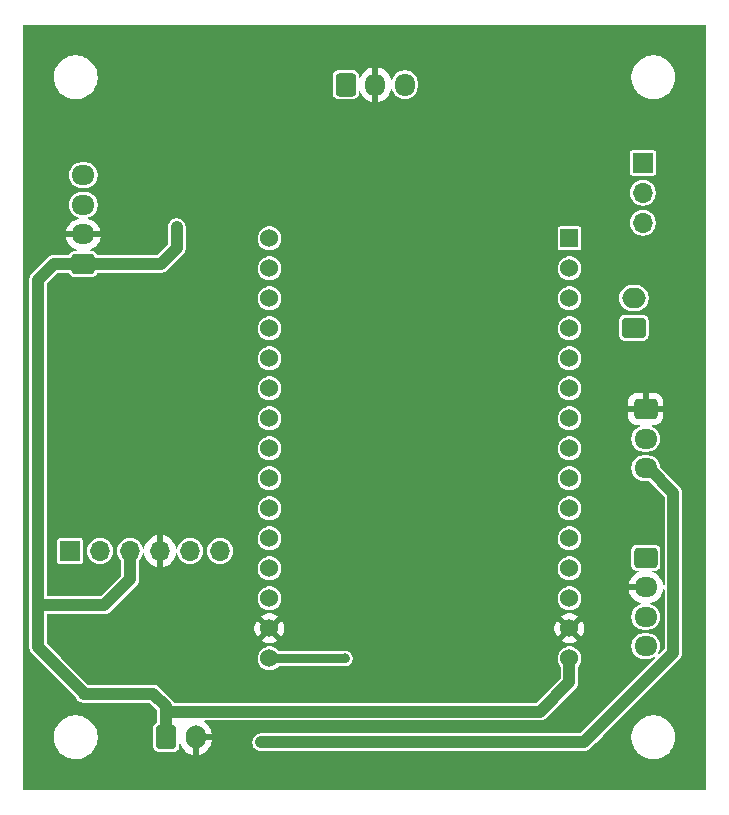
<source format=gtl>
G04 #@! TF.GenerationSoftware,KiCad,Pcbnew,9.0.0*
G04 #@! TF.CreationDate,2025-06-18T16:48:56-04:00*
G04 #@! TF.ProjectId,top_board,746f705f-626f-4617-9264-2e6b69636164,rev?*
G04 #@! TF.SameCoordinates,Original*
G04 #@! TF.FileFunction,Copper,L1,Top*
G04 #@! TF.FilePolarity,Positive*
%FSLAX46Y46*%
G04 Gerber Fmt 4.6, Leading zero omitted, Abs format (unit mm)*
G04 Created by KiCad (PCBNEW 9.0.0) date 2025-06-18 16:48:56*
%MOMM*%
%LPD*%
G01*
G04 APERTURE LIST*
G04 Aperture macros list*
%AMRoundRect*
0 Rectangle with rounded corners*
0 $1 Rounding radius*
0 $2 $3 $4 $5 $6 $7 $8 $9 X,Y pos of 4 corners*
0 Add a 4 corners polygon primitive as box body*
4,1,4,$2,$3,$4,$5,$6,$7,$8,$9,$2,$3,0*
0 Add four circle primitives for the rounded corners*
1,1,$1+$1,$2,$3*
1,1,$1+$1,$4,$5*
1,1,$1+$1,$6,$7*
1,1,$1+$1,$8,$9*
0 Add four rect primitives between the rounded corners*
20,1,$1+$1,$2,$3,$4,$5,0*
20,1,$1+$1,$4,$5,$6,$7,0*
20,1,$1+$1,$6,$7,$8,$9,0*
20,1,$1+$1,$8,$9,$2,$3,0*%
G04 Aperture macros list end*
G04 #@! TA.AperFunction,ComponentPad*
%ADD10RoundRect,0.250000X0.750000X-0.600000X0.750000X0.600000X-0.750000X0.600000X-0.750000X-0.600000X0*%
G04 #@! TD*
G04 #@! TA.AperFunction,ComponentPad*
%ADD11O,2.000000X1.700000*%
G04 #@! TD*
G04 #@! TA.AperFunction,ComponentPad*
%ADD12R,1.700000X1.700000*%
G04 #@! TD*
G04 #@! TA.AperFunction,ComponentPad*
%ADD13O,1.700000X1.700000*%
G04 #@! TD*
G04 #@! TA.AperFunction,ComponentPad*
%ADD14RoundRect,0.250000X-0.600000X-0.725000X0.600000X-0.725000X0.600000X0.725000X-0.600000X0.725000X0*%
G04 #@! TD*
G04 #@! TA.AperFunction,ComponentPad*
%ADD15O,1.700000X1.950000*%
G04 #@! TD*
G04 #@! TA.AperFunction,ComponentPad*
%ADD16RoundRect,0.250000X-0.725000X0.600000X-0.725000X-0.600000X0.725000X-0.600000X0.725000X0.600000X0*%
G04 #@! TD*
G04 #@! TA.AperFunction,ComponentPad*
%ADD17O,1.950000X1.700000*%
G04 #@! TD*
G04 #@! TA.AperFunction,ComponentPad*
%ADD18RoundRect,0.250000X0.725000X-0.600000X0.725000X0.600000X-0.725000X0.600000X-0.725000X-0.600000X0*%
G04 #@! TD*
G04 #@! TA.AperFunction,ComponentPad*
%ADD19RoundRect,0.250000X-0.600000X-0.750000X0.600000X-0.750000X0.600000X0.750000X-0.600000X0.750000X0*%
G04 #@! TD*
G04 #@! TA.AperFunction,ComponentPad*
%ADD20O,1.700000X2.000000*%
G04 #@! TD*
G04 #@! TA.AperFunction,ComponentPad*
%ADD21R,1.524000X1.524000*%
G04 #@! TD*
G04 #@! TA.AperFunction,ComponentPad*
%ADD22C,1.524000*%
G04 #@! TD*
G04 #@! TA.AperFunction,ViaPad*
%ADD23C,0.800000*%
G04 #@! TD*
G04 #@! TA.AperFunction,Conductor*
%ADD24C,1.000000*%
G04 #@! TD*
G04 #@! TA.AperFunction,Conductor*
%ADD25C,0.750000*%
G04 #@! TD*
G04 APERTURE END LIST*
D10*
X240284000Y-78994000D03*
D11*
X240284000Y-76494000D03*
D12*
X192560000Y-97900000D03*
D13*
X195100000Y-97900000D03*
X197640000Y-97900000D03*
X200180000Y-97900000D03*
X202720000Y-97900000D03*
X205260000Y-97900000D03*
D14*
X215900000Y-58420000D03*
D15*
X218400000Y-58420000D03*
X220900000Y-58420000D03*
D16*
X241300000Y-98465000D03*
D17*
X241300000Y-100965000D03*
X241300000Y-103465000D03*
X241300000Y-105965000D03*
D16*
X241300000Y-85892000D03*
D17*
X241300000Y-88392000D03*
X241300000Y-90892000D03*
D12*
X241046000Y-65024000D03*
D13*
X241046000Y-67564000D03*
X241046000Y-70104000D03*
D18*
X193675000Y-73600000D03*
D17*
X193675000Y-71100000D03*
X193675000Y-68600000D03*
X193675000Y-66100000D03*
D19*
X200700000Y-113665000D03*
D20*
X203200000Y-113665000D03*
D21*
X234840000Y-71440000D03*
D22*
X234840000Y-73980000D03*
X234840000Y-76520000D03*
X234840000Y-79060000D03*
X234840000Y-81600000D03*
X234840000Y-84140000D03*
X234840000Y-86680000D03*
X234840000Y-89220000D03*
X234840000Y-91760000D03*
X234840000Y-94300000D03*
X234840000Y-96840000D03*
X234840000Y-99380000D03*
X234840000Y-101920000D03*
X234840000Y-104460000D03*
X234840000Y-107000000D03*
X209440000Y-107000000D03*
X209440000Y-104460000D03*
X209440000Y-101920000D03*
X209440000Y-99380000D03*
X209440000Y-96840000D03*
X209440000Y-94300000D03*
X209440000Y-91760000D03*
X209440000Y-89220000D03*
X209440000Y-86680000D03*
X209440000Y-84140000D03*
X209440000Y-81600000D03*
X209440000Y-79060000D03*
X209440000Y-76520000D03*
X209440000Y-73980000D03*
X209440000Y-71440000D03*
D23*
X201590000Y-70500000D03*
X215840000Y-107000000D03*
X208740000Y-114100000D03*
D24*
X199620000Y-110000000D02*
X193740000Y-110000000D01*
X189865000Y-74930000D02*
X191195000Y-73600000D01*
X201590000Y-72250000D02*
X201590000Y-70500000D01*
X193740000Y-109920000D02*
X189865000Y-106045000D01*
X200680000Y-113645000D02*
X200680000Y-111060000D01*
X189865000Y-89535000D02*
X189865000Y-74930000D01*
X232340000Y-111500000D02*
X234840000Y-109000000D01*
X193675000Y-73600000D02*
X200240000Y-73600000D01*
X200680000Y-111060000D02*
X199620000Y-110000000D01*
X200700000Y-113665000D02*
X200680000Y-113645000D01*
X234840000Y-109000000D02*
X234840000Y-107000000D01*
X193740000Y-110000000D02*
X193740000Y-109920000D01*
X195440000Y-102500000D02*
X197640000Y-100300000D01*
X191195000Y-73600000D02*
X193675000Y-73600000D01*
X201120000Y-111500000D02*
X232340000Y-111500000D01*
X189865000Y-102500000D02*
X189865000Y-89535000D01*
X189865000Y-102500000D02*
X195440000Y-102500000D01*
X189865000Y-106045000D02*
X189865000Y-102500000D01*
X197640000Y-100300000D02*
X197640000Y-97900000D01*
X200240000Y-73600000D02*
X201590000Y-72250000D01*
D25*
X215840000Y-107000000D02*
X209440000Y-107000000D01*
D24*
X241300000Y-105965000D02*
X241075000Y-105965000D01*
X236040000Y-114100000D02*
X243640000Y-106500000D01*
X243640000Y-106500000D02*
X243640000Y-93000000D01*
X243640000Y-93000000D02*
X241532000Y-90892000D01*
X241532000Y-90892000D02*
X241300000Y-90892000D01*
X208740000Y-114100000D02*
X236040000Y-114100000D01*
G04 #@! TA.AperFunction,Conductor*
G36*
X246361487Y-53358513D02*
G01*
X246379500Y-53402000D01*
X246379500Y-118048000D01*
X246361487Y-118091487D01*
X246318000Y-118109500D01*
X188657000Y-118109500D01*
X188613513Y-118091487D01*
X188595500Y-118048000D01*
X188595500Y-113543706D01*
X191189500Y-113543706D01*
X191189500Y-113786293D01*
X191221163Y-114026796D01*
X191280213Y-114247169D01*
X191283946Y-114261100D01*
X191376776Y-114485212D01*
X191430587Y-114578415D01*
X191498065Y-114695292D01*
X191498066Y-114695293D01*
X191645733Y-114887736D01*
X191817263Y-115059266D01*
X192009706Y-115206933D01*
X192009707Y-115206934D01*
X192054102Y-115232565D01*
X192219788Y-115328224D01*
X192443900Y-115421054D01*
X192608591Y-115465183D01*
X192678203Y-115483836D01*
X192678204Y-115483836D01*
X192678211Y-115483838D01*
X192918712Y-115515500D01*
X192918715Y-115515500D01*
X193161285Y-115515500D01*
X193161288Y-115515500D01*
X193401789Y-115483838D01*
X193636100Y-115421054D01*
X193860212Y-115328224D01*
X194070289Y-115206936D01*
X194262738Y-115059265D01*
X194434265Y-114887738D01*
X194581936Y-114695289D01*
X194703224Y-114485212D01*
X194796054Y-114261100D01*
X194858838Y-114026789D01*
X194890500Y-113786288D01*
X194890500Y-113543712D01*
X194858838Y-113303211D01*
X194796054Y-113068900D01*
X194703224Y-112844788D01*
X194581936Y-112634711D01*
X194581934Y-112634707D01*
X194581933Y-112634706D01*
X194434266Y-112442263D01*
X194262736Y-112270733D01*
X194070291Y-112123065D01*
X194070289Y-112123064D01*
X193860212Y-112001776D01*
X193636100Y-111908946D01*
X193636094Y-111908944D01*
X193401796Y-111846163D01*
X193401789Y-111846162D01*
X193376185Y-111842791D01*
X193161293Y-111814500D01*
X193161288Y-111814500D01*
X192918712Y-111814500D01*
X192918706Y-111814500D01*
X192678203Y-111846163D01*
X192443905Y-111908944D01*
X192443899Y-111908946D01*
X192219790Y-112001775D01*
X192009711Y-112123064D01*
X192009709Y-112123065D01*
X191817263Y-112270733D01*
X191645733Y-112442263D01*
X191498066Y-112634706D01*
X191498065Y-112634707D01*
X191376775Y-112844790D01*
X191283946Y-113068899D01*
X191283944Y-113068905D01*
X191221163Y-113303203D01*
X191189500Y-113543706D01*
X188595500Y-113543706D01*
X188595500Y-74856078D01*
X189114500Y-74856078D01*
X189114500Y-106118921D01*
X189143340Y-106263906D01*
X189143345Y-106263923D01*
X189194511Y-106387446D01*
X189199916Y-106400495D01*
X189217946Y-106427479D01*
X189280033Y-106520401D01*
X189282051Y-106523420D01*
X193038538Y-110279905D01*
X193051869Y-110299856D01*
X193062930Y-110326558D01*
X193074916Y-110355495D01*
X193074917Y-110355496D01*
X193157048Y-110478415D01*
X193261584Y-110582951D01*
X193261583Y-110582951D01*
X193323252Y-110624156D01*
X193384505Y-110665084D01*
X193448134Y-110691440D01*
X193521076Y-110721654D01*
X193521080Y-110721655D01*
X193521087Y-110721658D01*
X193666078Y-110750499D01*
X193666079Y-110750500D01*
X193666082Y-110750500D01*
X193813918Y-110750500D01*
X199283658Y-110750500D01*
X199327145Y-110768513D01*
X199911487Y-111352854D01*
X199929500Y-111396341D01*
X199929500Y-112401712D01*
X199911487Y-112445199D01*
X199889492Y-112459334D01*
X199857670Y-112471203D01*
X199857669Y-112471203D01*
X199742454Y-112557454D01*
X199656205Y-112672666D01*
X199656203Y-112672671D01*
X199605910Y-112807512D01*
X199599500Y-112867128D01*
X199599500Y-114462872D01*
X199605908Y-114522481D01*
X199605909Y-114522485D01*
X199649287Y-114638786D01*
X199656204Y-114657331D01*
X199742454Y-114772546D01*
X199834934Y-114841776D01*
X199846585Y-114850499D01*
X199857669Y-114858796D01*
X199992517Y-114909091D01*
X200052127Y-114915500D01*
X201347872Y-114915499D01*
X201407483Y-114909091D01*
X201542331Y-114858796D01*
X201657546Y-114772546D01*
X201743796Y-114657331D01*
X201794091Y-114522483D01*
X201800500Y-114462873D01*
X201800499Y-114290653D01*
X201818512Y-114247169D01*
X201861999Y-114229156D01*
X201905486Y-114247169D01*
X201920489Y-114271651D01*
X201941492Y-114336292D01*
X202038535Y-114526749D01*
X202164174Y-114699674D01*
X202164175Y-114699676D01*
X202315324Y-114850825D01*
X202488250Y-114976464D01*
X202678708Y-115073507D01*
X202678709Y-115073508D01*
X202881999Y-115139560D01*
X202945999Y-115149697D01*
X202946000Y-115149697D01*
X202946000Y-114095702D01*
X203007007Y-114130925D01*
X203134174Y-114165000D01*
X203265826Y-114165000D01*
X203392993Y-114130925D01*
X203454000Y-114095702D01*
X203454000Y-115149697D01*
X203518000Y-115139560D01*
X203721290Y-115073508D01*
X203721291Y-115073507D01*
X203911749Y-114976464D01*
X204084674Y-114850825D01*
X204084676Y-114850825D01*
X204235825Y-114699676D01*
X204235825Y-114699674D01*
X204361464Y-114526749D01*
X204458507Y-114336291D01*
X204458508Y-114336290D01*
X204524560Y-114133001D01*
X204541496Y-114026078D01*
X207989500Y-114026078D01*
X207989500Y-114173921D01*
X208018340Y-114318906D01*
X208018345Y-114318923D01*
X208074913Y-114455488D01*
X208074916Y-114455495D01*
X208079845Y-114462872D01*
X208157048Y-114578415D01*
X208261584Y-114682951D01*
X208261583Y-114682951D01*
X208323252Y-114724156D01*
X208384505Y-114765084D01*
X208448134Y-114791440D01*
X208521076Y-114821654D01*
X208521080Y-114821655D01*
X208521087Y-114821658D01*
X208666078Y-114850499D01*
X208666079Y-114850500D01*
X208666082Y-114850500D01*
X236113921Y-114850500D01*
X236113921Y-114850499D01*
X236258913Y-114821658D01*
X236395495Y-114765084D01*
X236454735Y-114725501D01*
X236518416Y-114682952D01*
X237070443Y-114130925D01*
X237657663Y-113543706D01*
X240084500Y-113543706D01*
X240084500Y-113786293D01*
X240116163Y-114026796D01*
X240175213Y-114247169D01*
X240178946Y-114261100D01*
X240271776Y-114485212D01*
X240325587Y-114578415D01*
X240393065Y-114695292D01*
X240393066Y-114695293D01*
X240540733Y-114887736D01*
X240712263Y-115059266D01*
X240904706Y-115206933D01*
X240904707Y-115206934D01*
X240949102Y-115232565D01*
X241114788Y-115328224D01*
X241338900Y-115421054D01*
X241503591Y-115465183D01*
X241573203Y-115483836D01*
X241573204Y-115483836D01*
X241573211Y-115483838D01*
X241813712Y-115515500D01*
X241813715Y-115515500D01*
X242056285Y-115515500D01*
X242056288Y-115515500D01*
X242296789Y-115483838D01*
X242531100Y-115421054D01*
X242755212Y-115328224D01*
X242965289Y-115206936D01*
X243157738Y-115059265D01*
X243329265Y-114887738D01*
X243476936Y-114695289D01*
X243598224Y-114485212D01*
X243691054Y-114261100D01*
X243753838Y-114026789D01*
X243785500Y-113786288D01*
X243785500Y-113543712D01*
X243753838Y-113303211D01*
X243691054Y-113068900D01*
X243598224Y-112844788D01*
X243476936Y-112634711D01*
X243476934Y-112634707D01*
X243476933Y-112634706D01*
X243329266Y-112442263D01*
X243157736Y-112270733D01*
X242965291Y-112123065D01*
X242965289Y-112123064D01*
X242755212Y-112001776D01*
X242531100Y-111908946D01*
X242531094Y-111908944D01*
X242296796Y-111846163D01*
X242296789Y-111846162D01*
X242271185Y-111842791D01*
X242056293Y-111814500D01*
X242056288Y-111814500D01*
X241813712Y-111814500D01*
X241813706Y-111814500D01*
X241573203Y-111846163D01*
X241338905Y-111908944D01*
X241338899Y-111908946D01*
X241114790Y-112001775D01*
X240904711Y-112123064D01*
X240904709Y-112123065D01*
X240712263Y-112270733D01*
X240540733Y-112442263D01*
X240393066Y-112634706D01*
X240393065Y-112634707D01*
X240271775Y-112844790D01*
X240178946Y-113068899D01*
X240178944Y-113068905D01*
X240116163Y-113303203D01*
X240084500Y-113543706D01*
X237657663Y-113543706D01*
X237703157Y-113498212D01*
X244222948Y-106978420D01*
X244222952Y-106978416D01*
X244275162Y-106900277D01*
X244305084Y-106855495D01*
X244361658Y-106718913D01*
X244390499Y-106573921D01*
X244390500Y-106573921D01*
X244390500Y-92926079D01*
X244390499Y-92926078D01*
X244361659Y-92781093D01*
X244361658Y-92781087D01*
X244361655Y-92781080D01*
X244361654Y-92781076D01*
X244331440Y-92708134D01*
X244305084Y-92644505D01*
X244222951Y-92521584D01*
X244118416Y-92417049D01*
X242543144Y-90841776D01*
X242527440Y-90807528D01*
X242525878Y-90807776D01*
X242516331Y-90747500D01*
X242498402Y-90634299D01*
X242444873Y-90469555D01*
X242366232Y-90315212D01*
X242306138Y-90232500D01*
X242264415Y-90175073D01*
X242141926Y-90052584D01*
X242001790Y-89950769D01*
X241847446Y-89872127D01*
X241682702Y-89818598D01*
X241682704Y-89818598D01*
X241511614Y-89791500D01*
X241511611Y-89791500D01*
X241088389Y-89791500D01*
X241088385Y-89791500D01*
X240917296Y-89818598D01*
X240752553Y-89872127D01*
X240598209Y-89950769D01*
X240458073Y-90052584D01*
X240458073Y-90052585D01*
X240458072Y-90052586D01*
X240335586Y-90175072D01*
X240335585Y-90175073D01*
X240335584Y-90175073D01*
X240233769Y-90315209D01*
X240155127Y-90469553D01*
X240101598Y-90634296D01*
X240074500Y-90805385D01*
X240074500Y-90978614D01*
X240101598Y-91149703D01*
X240155127Y-91314446D01*
X240233769Y-91468790D01*
X240335584Y-91608926D01*
X240335586Y-91608928D01*
X240458072Y-91731414D01*
X240598212Y-91833232D01*
X240752555Y-91911873D01*
X240917296Y-91965401D01*
X240917299Y-91965402D01*
X241088389Y-91992500D01*
X241088393Y-91992500D01*
X241511608Y-91992500D01*
X241511611Y-91992500D01*
X241522115Y-91990836D01*
X241532042Y-91989264D01*
X241577812Y-92000250D01*
X241585152Y-92006519D01*
X242871487Y-93292854D01*
X242889500Y-93336341D01*
X242889500Y-100749106D01*
X242871487Y-100792593D01*
X242828000Y-100810606D01*
X242784513Y-100792593D01*
X242767257Y-100758727D01*
X242749560Y-100646998D01*
X242683508Y-100443709D01*
X242683507Y-100443708D01*
X242586464Y-100253250D01*
X242460825Y-100080325D01*
X242460825Y-100080324D01*
X242309676Y-99929175D01*
X242309674Y-99929174D01*
X242136749Y-99803535D01*
X241946291Y-99706492D01*
X241946290Y-99706491D01*
X241881650Y-99685489D01*
X241845857Y-99654920D01*
X241842164Y-99607995D01*
X241872733Y-99572202D01*
X241900653Y-99565499D01*
X242072872Y-99565499D01*
X242132483Y-99559091D01*
X242267331Y-99508796D01*
X242382546Y-99422546D01*
X242468796Y-99307331D01*
X242519091Y-99172483D01*
X242525500Y-99112873D01*
X242525499Y-97817128D01*
X242525097Y-97813393D01*
X242519091Y-97757518D01*
X242519090Y-97757514D01*
X242489070Y-97677027D01*
X242468796Y-97622669D01*
X242382546Y-97507454D01*
X242313314Y-97455627D01*
X242267333Y-97421205D01*
X242267328Y-97421203D01*
X242132487Y-97370910D01*
X242132485Y-97370909D01*
X242132483Y-97370909D01*
X242072873Y-97364500D01*
X242072871Y-97364500D01*
X240527127Y-97364500D01*
X240467518Y-97370908D01*
X240467514Y-97370909D01*
X240332671Y-97421203D01*
X240332666Y-97421205D01*
X240217454Y-97507454D01*
X240131205Y-97622666D01*
X240131203Y-97622671D01*
X240080910Y-97757512D01*
X240080910Y-97757514D01*
X240080909Y-97757517D01*
X240074880Y-97813590D01*
X240074500Y-97817128D01*
X240074500Y-99112872D01*
X240080908Y-99172481D01*
X240080909Y-99172485D01*
X240124287Y-99288786D01*
X240131204Y-99307331D01*
X240217454Y-99422546D01*
X240332669Y-99508796D01*
X240467517Y-99559091D01*
X240527127Y-99565500D01*
X240699345Y-99565499D01*
X240742830Y-99583512D01*
X240760843Y-99626999D01*
X240742830Y-99670486D01*
X240718348Y-99685489D01*
X240653707Y-99706492D01*
X240463250Y-99803535D01*
X240290325Y-99929174D01*
X240139174Y-100080325D01*
X240013535Y-100253250D01*
X239916492Y-100443708D01*
X239916491Y-100443709D01*
X239850439Y-100646999D01*
X239840302Y-100711000D01*
X240898164Y-100711000D01*
X240857370Y-100781657D01*
X240825000Y-100902465D01*
X240825000Y-101027535D01*
X240857370Y-101148343D01*
X240898164Y-101219000D01*
X239840302Y-101219000D01*
X239850439Y-101283000D01*
X239916491Y-101486290D01*
X239916492Y-101486291D01*
X240013535Y-101676749D01*
X240139174Y-101849674D01*
X240139175Y-101849676D01*
X240290324Y-102000825D01*
X240463250Y-102126464D01*
X240653708Y-102223507D01*
X240653709Y-102223508D01*
X240857001Y-102289561D01*
X240859349Y-102290125D01*
X240859033Y-102291439D01*
X240895752Y-102313897D01*
X240906780Y-102359657D01*
X240882221Y-102399812D01*
X240865034Y-102408579D01*
X240752553Y-102445127D01*
X240598209Y-102523769D01*
X240458073Y-102625584D01*
X240458073Y-102625585D01*
X240458072Y-102625586D01*
X240335586Y-102748072D01*
X240335585Y-102748073D01*
X240335584Y-102748073D01*
X240233769Y-102888209D01*
X240155127Y-103042553D01*
X240101598Y-103207296D01*
X240074500Y-103378385D01*
X240074500Y-103551614D01*
X240101598Y-103722703D01*
X240155127Y-103887446D01*
X240233769Y-104041790D01*
X240335584Y-104181926D01*
X240458073Y-104304415D01*
X240534641Y-104360045D01*
X240598212Y-104406232D01*
X240752555Y-104484873D01*
X240917296Y-104538401D01*
X240917299Y-104538402D01*
X241088389Y-104565500D01*
X241088393Y-104565500D01*
X241511607Y-104565500D01*
X241511611Y-104565500D01*
X241682701Y-104538402D01*
X241847445Y-104484873D01*
X242001788Y-104406232D01*
X242141928Y-104304414D01*
X242264414Y-104181928D01*
X242366232Y-104041788D01*
X242444873Y-103887445D01*
X242498402Y-103722701D01*
X242525500Y-103551611D01*
X242525500Y-103378389D01*
X242498402Y-103207299D01*
X242444873Y-103042555D01*
X242366232Y-102888212D01*
X242264414Y-102748072D01*
X242141928Y-102625586D01*
X242141927Y-102625585D01*
X242141926Y-102625584D01*
X242001790Y-102523769D01*
X241847446Y-102445127D01*
X241734965Y-102408579D01*
X241699173Y-102378009D01*
X241695480Y-102331084D01*
X241726050Y-102295292D01*
X241740746Y-102290524D01*
X241740651Y-102290125D01*
X241742998Y-102289561D01*
X241946290Y-102223508D01*
X241946291Y-102223507D01*
X242136749Y-102126464D01*
X242309674Y-102000825D01*
X242309676Y-102000825D01*
X242460825Y-101849676D01*
X242460825Y-101849674D01*
X242586464Y-101676749D01*
X242683507Y-101486291D01*
X242683508Y-101486290D01*
X242749560Y-101283001D01*
X242767257Y-101171272D01*
X242791851Y-101131138D01*
X242837621Y-101120150D01*
X242877755Y-101144744D01*
X242889500Y-101180893D01*
X242889500Y-106163658D01*
X242871487Y-106207145D01*
X242463559Y-106615072D01*
X242420072Y-106633085D01*
X242376585Y-106615072D01*
X242358572Y-106571585D01*
X242365275Y-106543665D01*
X242366229Y-106541790D01*
X242366232Y-106541788D01*
X242444873Y-106387445D01*
X242498402Y-106222701D01*
X242525500Y-106051611D01*
X242525500Y-105878389D01*
X242498402Y-105707299D01*
X242444873Y-105542555D01*
X242366232Y-105388212D01*
X242264414Y-105248072D01*
X242141928Y-105125586D01*
X242141927Y-105125585D01*
X242141926Y-105125584D01*
X242001790Y-105023769D01*
X241847446Y-104945127D01*
X241682702Y-104891598D01*
X241682704Y-104891598D01*
X241511614Y-104864500D01*
X241511611Y-104864500D01*
X241088389Y-104864500D01*
X241088385Y-104864500D01*
X240917296Y-104891598D01*
X240752553Y-104945127D01*
X240598209Y-105023769D01*
X240458073Y-105125584D01*
X240458073Y-105125585D01*
X240458072Y-105125586D01*
X240335586Y-105248072D01*
X240335585Y-105248073D01*
X240335584Y-105248073D01*
X240233769Y-105388209D01*
X240155127Y-105542553D01*
X240101598Y-105707296D01*
X240074500Y-105878385D01*
X240074500Y-106051614D01*
X240101598Y-106222703D01*
X240155127Y-106387446D01*
X240233769Y-106541790D01*
X240335584Y-106681926D01*
X240458073Y-106804415D01*
X240591812Y-106901582D01*
X240598212Y-106906232D01*
X240752555Y-106984873D01*
X240917296Y-107038401D01*
X240917299Y-107038402D01*
X241088389Y-107065500D01*
X241088393Y-107065500D01*
X241511607Y-107065500D01*
X241511611Y-107065500D01*
X241682701Y-107038402D01*
X241847445Y-106984873D01*
X242001788Y-106906232D01*
X242001790Y-106906229D01*
X242003665Y-106905275D01*
X242050590Y-106901582D01*
X242086382Y-106932152D01*
X242090075Y-106979077D01*
X242075072Y-107003559D01*
X235747145Y-113331487D01*
X235703658Y-113349500D01*
X208666079Y-113349500D01*
X208521093Y-113378340D01*
X208521076Y-113378345D01*
X208384511Y-113434913D01*
X208384503Y-113434917D01*
X208261584Y-113517048D01*
X208157048Y-113621584D01*
X208074917Y-113744503D01*
X208074913Y-113744511D01*
X208018345Y-113881076D01*
X208018340Y-113881093D01*
X207989500Y-114026078D01*
X204541496Y-114026078D01*
X204543498Y-114013440D01*
X204557999Y-113921880D01*
X204558000Y-113921872D01*
X204558000Y-113919000D01*
X203630703Y-113919000D01*
X203665925Y-113857993D01*
X203700000Y-113730826D01*
X203700000Y-113599174D01*
X203665925Y-113472007D01*
X203630703Y-113411000D01*
X204558000Y-113411000D01*
X204558000Y-113408127D01*
X204557999Y-113408119D01*
X204524560Y-113196998D01*
X204458508Y-112993709D01*
X204458507Y-112993708D01*
X204361464Y-112803250D01*
X204235825Y-112630325D01*
X204235825Y-112630324D01*
X204084676Y-112479175D01*
X204084674Y-112479174D01*
X203923062Y-112361754D01*
X203898468Y-112321620D01*
X203909457Y-112275851D01*
X203949591Y-112251257D01*
X203959211Y-112250500D01*
X232413921Y-112250500D01*
X232413921Y-112250499D01*
X232558913Y-112221658D01*
X232695495Y-112165084D01*
X232758383Y-112123064D01*
X232818416Y-112082952D01*
X235422952Y-109478416D01*
X235472186Y-109404729D01*
X235505084Y-109355495D01*
X235561658Y-109218913D01*
X235590499Y-109073921D01*
X235590500Y-109073921D01*
X235590500Y-107706865D01*
X235608513Y-107663378D01*
X235626460Y-107645431D01*
X235737266Y-107479599D01*
X235813590Y-107295335D01*
X235852499Y-107099726D01*
X235852500Y-107099726D01*
X235852500Y-106900274D01*
X235852499Y-106900273D01*
X235834594Y-106810261D01*
X235813590Y-106704665D01*
X235737266Y-106520401D01*
X235626460Y-106354569D01*
X235485431Y-106213540D01*
X235410778Y-106163658D01*
X235319604Y-106102737D01*
X235319602Y-106102736D01*
X235319599Y-106102734D01*
X235192161Y-106049948D01*
X235135336Y-106026410D01*
X235135328Y-106026408D01*
X234939726Y-105987500D01*
X234939723Y-105987500D01*
X234740277Y-105987500D01*
X234740274Y-105987500D01*
X234544671Y-106026408D01*
X234544663Y-106026410D01*
X234431012Y-106073486D01*
X234360401Y-106102734D01*
X234360398Y-106102735D01*
X234360395Y-106102737D01*
X234194571Y-106213538D01*
X234194569Y-106213539D01*
X234053539Y-106354569D01*
X234053538Y-106354571D01*
X233942737Y-106520395D01*
X233942735Y-106520398D01*
X233942734Y-106520401D01*
X233915839Y-106585331D01*
X233866410Y-106704663D01*
X233866408Y-106704671D01*
X233827500Y-106900273D01*
X233827500Y-107099726D01*
X233866408Y-107295328D01*
X233866410Y-107295336D01*
X233871709Y-107308128D01*
X233942734Y-107479599D01*
X233942736Y-107479602D01*
X233942737Y-107479604D01*
X234053538Y-107645428D01*
X234053539Y-107645430D01*
X234071487Y-107663378D01*
X234089500Y-107706865D01*
X234089500Y-108663658D01*
X234071487Y-108707145D01*
X232047145Y-110731487D01*
X232003658Y-110749500D01*
X201404814Y-110749500D01*
X201361327Y-110731487D01*
X201347995Y-110711533D01*
X201345085Y-110704507D01*
X201345081Y-110704500D01*
X201262952Y-110581586D01*
X201262951Y-110581584D01*
X201158416Y-110477049D01*
X200098420Y-109417051D01*
X200024729Y-109367813D01*
X200024729Y-109367812D01*
X200024728Y-109367812D01*
X199975495Y-109334916D01*
X199975488Y-109334913D01*
X199838923Y-109278345D01*
X199838906Y-109278340D01*
X199693921Y-109249500D01*
X199693918Y-109249500D01*
X194156341Y-109249500D01*
X194112854Y-109231487D01*
X191822111Y-106940743D01*
X191781641Y-106900273D01*
X208427500Y-106900273D01*
X208427500Y-107099726D01*
X208466408Y-107295328D01*
X208466410Y-107295336D01*
X208471709Y-107308128D01*
X208542734Y-107479599D01*
X208653540Y-107645431D01*
X208794569Y-107786460D01*
X208960401Y-107897266D01*
X209144665Y-107973590D01*
X209340273Y-108012499D01*
X209340274Y-108012500D01*
X209340277Y-108012500D01*
X209539726Y-108012500D01*
X209539726Y-108012499D01*
X209735335Y-107973590D01*
X209919599Y-107897266D01*
X210085431Y-107786460D01*
X210226460Y-107645431D01*
X210226460Y-107645430D01*
X210228378Y-107643513D01*
X210271865Y-107625500D01*
X215644195Y-107625500D01*
X215656192Y-107626681D01*
X215692650Y-107633933D01*
X215775929Y-107650500D01*
X215775931Y-107650500D01*
X215904072Y-107650500D01*
X215904072Y-107650499D01*
X216029744Y-107625501D01*
X216029749Y-107625498D01*
X216029752Y-107625498D01*
X216060359Y-107612819D01*
X216148127Y-107576465D01*
X216254669Y-107505276D01*
X216345276Y-107414669D01*
X216416465Y-107308127D01*
X216465501Y-107189744D01*
X216490499Y-107064072D01*
X216490500Y-107064072D01*
X216490500Y-106935928D01*
X216490499Y-106935927D01*
X216465502Y-106810261D01*
X216465498Y-106810247D01*
X216436079Y-106739226D01*
X216416465Y-106691873D01*
X216345276Y-106585331D01*
X216254669Y-106494724D01*
X216254668Y-106494723D01*
X216254669Y-106494723D01*
X216174672Y-106441272D01*
X216148127Y-106423535D01*
X216148120Y-106423532D01*
X216029752Y-106374501D01*
X216029738Y-106374497D01*
X215904072Y-106349500D01*
X215904069Y-106349500D01*
X215775931Y-106349500D01*
X215775929Y-106349500D01*
X215692650Y-106366066D01*
X215656192Y-106373318D01*
X215644195Y-106374500D01*
X210271865Y-106374500D01*
X210228378Y-106356487D01*
X210085430Y-106213539D01*
X210085428Y-106213538D01*
X209919604Y-106102737D01*
X209919602Y-106102736D01*
X209919599Y-106102734D01*
X209792161Y-106049948D01*
X209735336Y-106026410D01*
X209735328Y-106026408D01*
X209539726Y-105987500D01*
X209539723Y-105987500D01*
X209340277Y-105987500D01*
X209340274Y-105987500D01*
X209144671Y-106026408D01*
X209144663Y-106026410D01*
X209031012Y-106073486D01*
X208960401Y-106102734D01*
X208960398Y-106102735D01*
X208960395Y-106102737D01*
X208794571Y-106213538D01*
X208794569Y-106213539D01*
X208653539Y-106354569D01*
X208653538Y-106354571D01*
X208542737Y-106520395D01*
X208542735Y-106520398D01*
X208542734Y-106520401D01*
X208515839Y-106585331D01*
X208466410Y-106704663D01*
X208466408Y-106704671D01*
X208427500Y-106900273D01*
X191781641Y-106900273D01*
X190633513Y-105752145D01*
X190615500Y-105708658D01*
X190615500Y-104360045D01*
X208170000Y-104360045D01*
X208170000Y-104559954D01*
X208201272Y-104757392D01*
X208263045Y-104947512D01*
X208353797Y-105125622D01*
X208353800Y-105125627D01*
X208379621Y-105161167D01*
X209059000Y-104481788D01*
X209059000Y-104510160D01*
X209084964Y-104607061D01*
X209135124Y-104693940D01*
X209206060Y-104764876D01*
X209292939Y-104815036D01*
X209389840Y-104841000D01*
X209418210Y-104841000D01*
X208738832Y-105520376D01*
X208774378Y-105546203D01*
X208952487Y-105636954D01*
X209142607Y-105698727D01*
X209340045Y-105729999D01*
X209340053Y-105730000D01*
X209539947Y-105730000D01*
X209539954Y-105729999D01*
X209737392Y-105698727D01*
X209927512Y-105636954D01*
X210105616Y-105546205D01*
X210105624Y-105546201D01*
X210141167Y-105520376D01*
X209461790Y-104841000D01*
X209490160Y-104841000D01*
X209587061Y-104815036D01*
X209673940Y-104764876D01*
X209744876Y-104693940D01*
X209795036Y-104607061D01*
X209821000Y-104510160D01*
X209821000Y-104481790D01*
X210500376Y-105161167D01*
X210526201Y-105125624D01*
X210526205Y-105125616D01*
X210616954Y-104947512D01*
X210678727Y-104757392D01*
X210709999Y-104559954D01*
X210710000Y-104559946D01*
X210710000Y-104360053D01*
X210709999Y-104360045D01*
X233570000Y-104360045D01*
X233570000Y-104559954D01*
X233601272Y-104757392D01*
X233663045Y-104947512D01*
X233753797Y-105125622D01*
X233753800Y-105125627D01*
X233779621Y-105161167D01*
X234459000Y-104481788D01*
X234459000Y-104510160D01*
X234484964Y-104607061D01*
X234535124Y-104693940D01*
X234606060Y-104764876D01*
X234692939Y-104815036D01*
X234789840Y-104841000D01*
X234818210Y-104841000D01*
X234138832Y-105520376D01*
X234174378Y-105546203D01*
X234352487Y-105636954D01*
X234542607Y-105698727D01*
X234740045Y-105729999D01*
X234740053Y-105730000D01*
X234939947Y-105730000D01*
X234939954Y-105729999D01*
X235137392Y-105698727D01*
X235327512Y-105636954D01*
X235505616Y-105546205D01*
X235505624Y-105546201D01*
X235541167Y-105520376D01*
X234861790Y-104841000D01*
X234890160Y-104841000D01*
X234987061Y-104815036D01*
X235073940Y-104764876D01*
X235144876Y-104693940D01*
X235195036Y-104607061D01*
X235221000Y-104510160D01*
X235221000Y-104481790D01*
X235900376Y-105161167D01*
X235926201Y-105125624D01*
X235926205Y-105125616D01*
X236016954Y-104947512D01*
X236078727Y-104757392D01*
X236109999Y-104559954D01*
X236110000Y-104559946D01*
X236110000Y-104360053D01*
X236109999Y-104360045D01*
X236078727Y-104162607D01*
X236016954Y-103972487D01*
X235926203Y-103794378D01*
X235900376Y-103758832D01*
X235221000Y-104438208D01*
X235221000Y-104409840D01*
X235195036Y-104312939D01*
X235144876Y-104226060D01*
X235073940Y-104155124D01*
X234987061Y-104104964D01*
X234890160Y-104079000D01*
X234861788Y-104079000D01*
X235541167Y-103399621D01*
X235505627Y-103373800D01*
X235505622Y-103373797D01*
X235327512Y-103283045D01*
X235137392Y-103221272D01*
X234939954Y-103190000D01*
X234740045Y-103190000D01*
X234542607Y-103221272D01*
X234352490Y-103283045D01*
X234174371Y-103373801D01*
X234138831Y-103399621D01*
X234818210Y-104079000D01*
X234789840Y-104079000D01*
X234692939Y-104104964D01*
X234606060Y-104155124D01*
X234535124Y-104226060D01*
X234484964Y-104312939D01*
X234459000Y-104409840D01*
X234459000Y-104438210D01*
X233779621Y-103758831D01*
X233753801Y-103794371D01*
X233663045Y-103972490D01*
X233601272Y-104162607D01*
X233570000Y-104360045D01*
X210709999Y-104360045D01*
X210678727Y-104162607D01*
X210616954Y-103972487D01*
X210526203Y-103794378D01*
X210500376Y-103758832D01*
X209821000Y-104438208D01*
X209821000Y-104409840D01*
X209795036Y-104312939D01*
X209744876Y-104226060D01*
X209673940Y-104155124D01*
X209587061Y-104104964D01*
X209490160Y-104079000D01*
X209461788Y-104079000D01*
X210141167Y-103399621D01*
X210105627Y-103373800D01*
X210105622Y-103373797D01*
X209927512Y-103283045D01*
X209737392Y-103221272D01*
X209539954Y-103190000D01*
X209340045Y-103190000D01*
X209142607Y-103221272D01*
X208952490Y-103283045D01*
X208774371Y-103373801D01*
X208738831Y-103399621D01*
X209418210Y-104079000D01*
X209389840Y-104079000D01*
X209292939Y-104104964D01*
X209206060Y-104155124D01*
X209135124Y-104226060D01*
X209084964Y-104312939D01*
X209059000Y-104409840D01*
X209059000Y-104438210D01*
X208379621Y-103758831D01*
X208353801Y-103794371D01*
X208263045Y-103972490D01*
X208201272Y-104162607D01*
X208170000Y-104360045D01*
X190615500Y-104360045D01*
X190615500Y-103312000D01*
X190633513Y-103268513D01*
X190677000Y-103250500D01*
X195513921Y-103250500D01*
X195513921Y-103250499D01*
X195658913Y-103221658D01*
X195795495Y-103165084D01*
X195844729Y-103132186D01*
X195918416Y-103082952D01*
X197181095Y-101820273D01*
X208427500Y-101820273D01*
X208427500Y-102019726D01*
X208466408Y-102215328D01*
X208466410Y-102215335D01*
X208542734Y-102399599D01*
X208542736Y-102399602D01*
X208542737Y-102399604D01*
X208625702Y-102523769D01*
X208653540Y-102565431D01*
X208794569Y-102706460D01*
X208960401Y-102817266D01*
X209144665Y-102893590D01*
X209340273Y-102932499D01*
X209340274Y-102932500D01*
X209340277Y-102932500D01*
X209539726Y-102932500D01*
X209539726Y-102932499D01*
X209735335Y-102893590D01*
X209919599Y-102817266D01*
X210085431Y-102706460D01*
X210226460Y-102565431D01*
X210337266Y-102399599D01*
X210413590Y-102215335D01*
X210452499Y-102019726D01*
X210452500Y-102019726D01*
X210452500Y-101820274D01*
X210452499Y-101820273D01*
X233827500Y-101820273D01*
X233827500Y-102019726D01*
X233866408Y-102215328D01*
X233866410Y-102215335D01*
X233942734Y-102399599D01*
X233942736Y-102399602D01*
X233942737Y-102399604D01*
X234025702Y-102523769D01*
X234053540Y-102565431D01*
X234194569Y-102706460D01*
X234360401Y-102817266D01*
X234544665Y-102893590D01*
X234740273Y-102932499D01*
X234740274Y-102932500D01*
X234740277Y-102932500D01*
X234939726Y-102932500D01*
X234939726Y-102932499D01*
X235135335Y-102893590D01*
X235319599Y-102817266D01*
X235485431Y-102706460D01*
X235626460Y-102565431D01*
X235737266Y-102399599D01*
X235813590Y-102215335D01*
X235852499Y-102019726D01*
X235852500Y-102019726D01*
X235852500Y-101820274D01*
X235852499Y-101820273D01*
X235813591Y-101624671D01*
X235813590Y-101624665D01*
X235737266Y-101440401D01*
X235626460Y-101274569D01*
X235485431Y-101133540D01*
X235465392Y-101120150D01*
X235319604Y-101022737D01*
X235319602Y-101022736D01*
X235319599Y-101022734D01*
X235192161Y-100969948D01*
X235135336Y-100946410D01*
X235135328Y-100946408D01*
X234939726Y-100907500D01*
X234939723Y-100907500D01*
X234740277Y-100907500D01*
X234740274Y-100907500D01*
X234544671Y-100946408D01*
X234544663Y-100946410D01*
X234431012Y-100993486D01*
X234360401Y-101022734D01*
X234360398Y-101022735D01*
X234360395Y-101022737D01*
X234194571Y-101133538D01*
X234194569Y-101133539D01*
X234053539Y-101274569D01*
X234053538Y-101274571D01*
X233942737Y-101440395D01*
X233942735Y-101440398D01*
X233942734Y-101440401D01*
X233923726Y-101486290D01*
X233866410Y-101624663D01*
X233866408Y-101624671D01*
X233827500Y-101820273D01*
X210452499Y-101820273D01*
X210413591Y-101624671D01*
X210413590Y-101624665D01*
X210337266Y-101440401D01*
X210226460Y-101274569D01*
X210085431Y-101133540D01*
X210065392Y-101120150D01*
X209919604Y-101022737D01*
X209919602Y-101022736D01*
X209919599Y-101022734D01*
X209792161Y-100969948D01*
X209735336Y-100946410D01*
X209735328Y-100946408D01*
X209539726Y-100907500D01*
X209539723Y-100907500D01*
X209340277Y-100907500D01*
X209340274Y-100907500D01*
X209144671Y-100946408D01*
X209144663Y-100946410D01*
X209031012Y-100993486D01*
X208960401Y-101022734D01*
X208960398Y-101022735D01*
X208960395Y-101022737D01*
X208794571Y-101133538D01*
X208794569Y-101133539D01*
X208653539Y-101274569D01*
X208653538Y-101274571D01*
X208542737Y-101440395D01*
X208542735Y-101440398D01*
X208542734Y-101440401D01*
X208523726Y-101486290D01*
X208466410Y-101624663D01*
X208466408Y-101624671D01*
X208427500Y-101820273D01*
X197181095Y-101820273D01*
X198222952Y-100778416D01*
X198272186Y-100704729D01*
X198305084Y-100655495D01*
X198361658Y-100518913D01*
X198390499Y-100373921D01*
X198390500Y-100373921D01*
X198390500Y-99280273D01*
X208427500Y-99280273D01*
X208427500Y-99479726D01*
X208466408Y-99675328D01*
X208466410Y-99675336D01*
X208489948Y-99732161D01*
X208542734Y-99859599D01*
X208653540Y-100025431D01*
X208794569Y-100166460D01*
X208960401Y-100277266D01*
X209144665Y-100353590D01*
X209340273Y-100392499D01*
X209340274Y-100392500D01*
X209340277Y-100392500D01*
X209539726Y-100392500D01*
X209539726Y-100392499D01*
X209735335Y-100353590D01*
X209919599Y-100277266D01*
X210085431Y-100166460D01*
X210226460Y-100025431D01*
X210337266Y-99859599D01*
X210413590Y-99675335D01*
X210452499Y-99479726D01*
X210452500Y-99479726D01*
X210452500Y-99280274D01*
X210452499Y-99280273D01*
X233827500Y-99280273D01*
X233827500Y-99479726D01*
X233866408Y-99675328D01*
X233866410Y-99675336D01*
X233889948Y-99732161D01*
X233942734Y-99859599D01*
X234053540Y-100025431D01*
X234194569Y-100166460D01*
X234360401Y-100277266D01*
X234544665Y-100353590D01*
X234740273Y-100392499D01*
X234740274Y-100392500D01*
X234740277Y-100392500D01*
X234939726Y-100392500D01*
X234939726Y-100392499D01*
X235135335Y-100353590D01*
X235319599Y-100277266D01*
X235485431Y-100166460D01*
X235626460Y-100025431D01*
X235737266Y-99859599D01*
X235813590Y-99675335D01*
X235852499Y-99479726D01*
X235852500Y-99479726D01*
X235852500Y-99280274D01*
X235852499Y-99280273D01*
X235840264Y-99218766D01*
X235813590Y-99084665D01*
X235737266Y-98900401D01*
X235626460Y-98734569D01*
X235485431Y-98593540D01*
X235483245Y-98592079D01*
X235319604Y-98482737D01*
X235319602Y-98482736D01*
X235319599Y-98482734D01*
X235192161Y-98429948D01*
X235135336Y-98406410D01*
X235135328Y-98406408D01*
X234939726Y-98367500D01*
X234939723Y-98367500D01*
X234740277Y-98367500D01*
X234740274Y-98367500D01*
X234544671Y-98406408D01*
X234544663Y-98406410D01*
X234431012Y-98453486D01*
X234360401Y-98482734D01*
X234360398Y-98482735D01*
X234360395Y-98482737D01*
X234194571Y-98593538D01*
X234194569Y-98593539D01*
X234053539Y-98734569D01*
X234053538Y-98734571D01*
X233942737Y-98900395D01*
X233942735Y-98900398D01*
X233942734Y-98900401D01*
X233930225Y-98930601D01*
X233866410Y-99084663D01*
X233866408Y-99084671D01*
X233827500Y-99280273D01*
X210452499Y-99280273D01*
X210440264Y-99218766D01*
X210413590Y-99084665D01*
X210337266Y-98900401D01*
X210226460Y-98734569D01*
X210085431Y-98593540D01*
X210083245Y-98592079D01*
X209919604Y-98482737D01*
X209919602Y-98482736D01*
X209919599Y-98482734D01*
X209792161Y-98429948D01*
X209735336Y-98406410D01*
X209735328Y-98406408D01*
X209539726Y-98367500D01*
X209539723Y-98367500D01*
X209340277Y-98367500D01*
X209340274Y-98367500D01*
X209144671Y-98406408D01*
X209144663Y-98406410D01*
X209031012Y-98453486D01*
X208960401Y-98482734D01*
X208960398Y-98482735D01*
X208960395Y-98482737D01*
X208794571Y-98593538D01*
X208794569Y-98593539D01*
X208653539Y-98734569D01*
X208653538Y-98734571D01*
X208542737Y-98900395D01*
X208542735Y-98900398D01*
X208542734Y-98900401D01*
X208530225Y-98930601D01*
X208466410Y-99084663D01*
X208466408Y-99084671D01*
X208427500Y-99280273D01*
X198390500Y-99280273D01*
X198390500Y-98731316D01*
X198408513Y-98687829D01*
X198479415Y-98616927D01*
X198479415Y-98616926D01*
X198581232Y-98476788D01*
X198659873Y-98322445D01*
X198713402Y-98157701D01*
X198718902Y-98122973D01*
X198743496Y-98082840D01*
X198789265Y-98071851D01*
X198829399Y-98096445D01*
X198840388Y-98122973D01*
X198855439Y-98218001D01*
X198921491Y-98421290D01*
X198921492Y-98421291D01*
X199018535Y-98611749D01*
X199144174Y-98784674D01*
X199144175Y-98784676D01*
X199295324Y-98935825D01*
X199468250Y-99061464D01*
X199658708Y-99158507D01*
X199658709Y-99158508D01*
X199861999Y-99224560D01*
X199925999Y-99234697D01*
X199926000Y-99234697D01*
X199926000Y-98330702D01*
X199987007Y-98365925D01*
X200114174Y-98400000D01*
X200245826Y-98400000D01*
X200372993Y-98365925D01*
X200434000Y-98330702D01*
X200434000Y-99234697D01*
X200497998Y-99224561D01*
X200515834Y-99218766D01*
X200515835Y-99218765D01*
X200701290Y-99158508D01*
X200701291Y-99158507D01*
X200891749Y-99061464D01*
X201064674Y-98935825D01*
X201064676Y-98935825D01*
X201215825Y-98784676D01*
X201215825Y-98784674D01*
X201341464Y-98611749D01*
X201438507Y-98421291D01*
X201438508Y-98421290D01*
X201504560Y-98218000D01*
X201519611Y-98122974D01*
X201544205Y-98082840D01*
X201589974Y-98071851D01*
X201630108Y-98096445D01*
X201641097Y-98122972D01*
X201646598Y-98157704D01*
X201700127Y-98322446D01*
X201778769Y-98476790D01*
X201880584Y-98616926D01*
X202003073Y-98739415D01*
X202143209Y-98841230D01*
X202143212Y-98841232D01*
X202297555Y-98919873D01*
X202462296Y-98973401D01*
X202462299Y-98973402D01*
X202633389Y-99000500D01*
X202633393Y-99000500D01*
X202806607Y-99000500D01*
X202806611Y-99000500D01*
X202977701Y-98973402D01*
X203142445Y-98919873D01*
X203296788Y-98841232D01*
X203436928Y-98739414D01*
X203559414Y-98616928D01*
X203661232Y-98476788D01*
X203739873Y-98322445D01*
X203793402Y-98157701D01*
X203820500Y-97986611D01*
X203820500Y-97813389D01*
X203820499Y-97813385D01*
X204159500Y-97813385D01*
X204159500Y-97986614D01*
X204186598Y-98157703D01*
X204240127Y-98322446D01*
X204318769Y-98476790D01*
X204420584Y-98616926D01*
X204543073Y-98739415D01*
X204683209Y-98841230D01*
X204683212Y-98841232D01*
X204837555Y-98919873D01*
X205002296Y-98973401D01*
X205002299Y-98973402D01*
X205173389Y-99000500D01*
X205173393Y-99000500D01*
X205346607Y-99000500D01*
X205346611Y-99000500D01*
X205517701Y-98973402D01*
X205682445Y-98919873D01*
X205836788Y-98841232D01*
X205976928Y-98739414D01*
X206099414Y-98616928D01*
X206201232Y-98476788D01*
X206279873Y-98322445D01*
X206333402Y-98157701D01*
X206360500Y-97986611D01*
X206360500Y-97813389D01*
X206333402Y-97642299D01*
X206279873Y-97477555D01*
X206201232Y-97323212D01*
X206099414Y-97183072D01*
X205976928Y-97060586D01*
X205976927Y-97060585D01*
X205976926Y-97060584D01*
X205836790Y-96958769D01*
X205682446Y-96880127D01*
X205517702Y-96826598D01*
X205517704Y-96826598D01*
X205346614Y-96799500D01*
X205346611Y-96799500D01*
X205173389Y-96799500D01*
X205173385Y-96799500D01*
X205002296Y-96826598D01*
X204837553Y-96880127D01*
X204683209Y-96958769D01*
X204543073Y-97060584D01*
X204543073Y-97060585D01*
X204543072Y-97060586D01*
X204420586Y-97183072D01*
X204420585Y-97183073D01*
X204420584Y-97183073D01*
X204318769Y-97323209D01*
X204240127Y-97477553D01*
X204186598Y-97642296D01*
X204159500Y-97813385D01*
X203820499Y-97813385D01*
X203793402Y-97642299D01*
X203739873Y-97477555D01*
X203661232Y-97323212D01*
X203559414Y-97183072D01*
X203436928Y-97060586D01*
X203436927Y-97060585D01*
X203436926Y-97060584D01*
X203296790Y-96958769D01*
X203142446Y-96880127D01*
X202977702Y-96826598D01*
X202977704Y-96826598D01*
X202806614Y-96799500D01*
X202806611Y-96799500D01*
X202633389Y-96799500D01*
X202633385Y-96799500D01*
X202462296Y-96826598D01*
X202297553Y-96880127D01*
X202143209Y-96958769D01*
X202003073Y-97060584D01*
X202003073Y-97060585D01*
X202003072Y-97060586D01*
X201880586Y-97183072D01*
X201880585Y-97183073D01*
X201880584Y-97183073D01*
X201778769Y-97323209D01*
X201700127Y-97477553D01*
X201646598Y-97642295D01*
X201641097Y-97677027D01*
X201616502Y-97717160D01*
X201570732Y-97728148D01*
X201530599Y-97703553D01*
X201519611Y-97677025D01*
X201504560Y-97581999D01*
X201438508Y-97378709D01*
X201438507Y-97378708D01*
X201341464Y-97188250D01*
X201215825Y-97015325D01*
X201215825Y-97015324D01*
X201064676Y-96864175D01*
X201064674Y-96864174D01*
X200958469Y-96787010D01*
X200894141Y-96740273D01*
X208427500Y-96740273D01*
X208427500Y-96939726D01*
X208466408Y-97135328D01*
X208466410Y-97135336D01*
X208488328Y-97188250D01*
X208542734Y-97319599D01*
X208542736Y-97319602D01*
X208542737Y-97319604D01*
X208610624Y-97421203D01*
X208653540Y-97485431D01*
X208794569Y-97626460D01*
X208960401Y-97737266D01*
X209144665Y-97813590D01*
X209340273Y-97852499D01*
X209340274Y-97852500D01*
X209340277Y-97852500D01*
X209539726Y-97852500D01*
X209539726Y-97852499D01*
X209735335Y-97813590D01*
X209919599Y-97737266D01*
X210085431Y-97626460D01*
X210226460Y-97485431D01*
X210337266Y-97319599D01*
X210413590Y-97135335D01*
X210452499Y-96939726D01*
X210452500Y-96939726D01*
X210452500Y-96740274D01*
X210452499Y-96740273D01*
X233827500Y-96740273D01*
X233827500Y-96939726D01*
X233866408Y-97135328D01*
X233866410Y-97135336D01*
X233888328Y-97188250D01*
X233942734Y-97319599D01*
X233942736Y-97319602D01*
X233942737Y-97319604D01*
X234010624Y-97421203D01*
X234053540Y-97485431D01*
X234194569Y-97626460D01*
X234360401Y-97737266D01*
X234544665Y-97813590D01*
X234740273Y-97852499D01*
X234740274Y-97852500D01*
X234740277Y-97852500D01*
X234939726Y-97852500D01*
X234939726Y-97852499D01*
X235135335Y-97813590D01*
X235319599Y-97737266D01*
X235485431Y-97626460D01*
X235626460Y-97485431D01*
X235737266Y-97319599D01*
X235813590Y-97135335D01*
X235852499Y-96939726D01*
X235852500Y-96939726D01*
X235852500Y-96740274D01*
X235852499Y-96740273D01*
X235813591Y-96544671D01*
X235813590Y-96544665D01*
X235737266Y-96360401D01*
X235626460Y-96194569D01*
X235485431Y-96053540D01*
X235483245Y-96052079D01*
X235319604Y-95942737D01*
X235319602Y-95942736D01*
X235319599Y-95942734D01*
X235192161Y-95889948D01*
X235135336Y-95866410D01*
X235135328Y-95866408D01*
X234939726Y-95827500D01*
X234939723Y-95827500D01*
X234740277Y-95827500D01*
X234740274Y-95827500D01*
X234544671Y-95866408D01*
X234544663Y-95866410D01*
X234431012Y-95913486D01*
X234360401Y-95942734D01*
X234360398Y-95942735D01*
X234360395Y-95942737D01*
X234194571Y-96053538D01*
X234194569Y-96053539D01*
X234053539Y-96194569D01*
X234053538Y-96194571D01*
X233942737Y-96360395D01*
X233942735Y-96360398D01*
X233942734Y-96360401D01*
X233913486Y-96431012D01*
X233866410Y-96544663D01*
X233866408Y-96544671D01*
X233827500Y-96740273D01*
X210452499Y-96740273D01*
X210413591Y-96544671D01*
X210413590Y-96544665D01*
X210337266Y-96360401D01*
X210226460Y-96194569D01*
X210085431Y-96053540D01*
X210083245Y-96052079D01*
X209919604Y-95942737D01*
X209919602Y-95942736D01*
X209919599Y-95942734D01*
X209792161Y-95889948D01*
X209735336Y-95866410D01*
X209735328Y-95866408D01*
X209539726Y-95827500D01*
X209539723Y-95827500D01*
X209340277Y-95827500D01*
X209340274Y-95827500D01*
X209144671Y-95866408D01*
X209144663Y-95866410D01*
X209031012Y-95913486D01*
X208960401Y-95942734D01*
X208960398Y-95942735D01*
X208960395Y-95942737D01*
X208794571Y-96053538D01*
X208794569Y-96053539D01*
X208653539Y-96194569D01*
X208653538Y-96194571D01*
X208542737Y-96360395D01*
X208542735Y-96360398D01*
X208542734Y-96360401D01*
X208513486Y-96431012D01*
X208466410Y-96544663D01*
X208466408Y-96544671D01*
X208427500Y-96740273D01*
X200894141Y-96740273D01*
X200891749Y-96738535D01*
X200701291Y-96641492D01*
X200701290Y-96641491D01*
X200498000Y-96575439D01*
X200434000Y-96565302D01*
X200434000Y-97469297D01*
X200372993Y-97434075D01*
X200245826Y-97400000D01*
X200114174Y-97400000D01*
X199987007Y-97434075D01*
X199926000Y-97469297D01*
X199926000Y-96565302D01*
X199861999Y-96575439D01*
X199658709Y-96641491D01*
X199658708Y-96641492D01*
X199468250Y-96738535D01*
X199295325Y-96864174D01*
X199144174Y-97015325D01*
X199018535Y-97188250D01*
X198921492Y-97378708D01*
X198921491Y-97378709D01*
X198855439Y-97581998D01*
X198840388Y-97677026D01*
X198815793Y-97717160D01*
X198770024Y-97728148D01*
X198729890Y-97703553D01*
X198718902Y-97677026D01*
X198718902Y-97677025D01*
X198713402Y-97642299D01*
X198659873Y-97477555D01*
X198581232Y-97323212D01*
X198479414Y-97183072D01*
X198356928Y-97060586D01*
X198356927Y-97060585D01*
X198356926Y-97060584D01*
X198216790Y-96958769D01*
X198062446Y-96880127D01*
X197897702Y-96826598D01*
X197897704Y-96826598D01*
X197726614Y-96799500D01*
X197726611Y-96799500D01*
X197553389Y-96799500D01*
X197553385Y-96799500D01*
X197382296Y-96826598D01*
X197217553Y-96880127D01*
X197063209Y-96958769D01*
X196923073Y-97060584D01*
X196923073Y-97060585D01*
X196923072Y-97060586D01*
X196800586Y-97183072D01*
X196800585Y-97183073D01*
X196800584Y-97183073D01*
X196698769Y-97323209D01*
X196620127Y-97477553D01*
X196566598Y-97642296D01*
X196539500Y-97813385D01*
X196539500Y-97986614D01*
X196566598Y-98157703D01*
X196620127Y-98322446D01*
X196698769Y-98476790D01*
X196800584Y-98616926D01*
X196871487Y-98687829D01*
X196889500Y-98731316D01*
X196889500Y-99963658D01*
X196871487Y-100007145D01*
X195147145Y-101731487D01*
X195103658Y-101749500D01*
X190677000Y-101749500D01*
X190633513Y-101731487D01*
X190615500Y-101688000D01*
X190615500Y-97025322D01*
X191459500Y-97025322D01*
X191459500Y-98774677D01*
X191474032Y-98847738D01*
X191501621Y-98889028D01*
X191529399Y-98930601D01*
X191591615Y-98972172D01*
X191612261Y-98985967D01*
X191670473Y-98997545D01*
X191685322Y-99000499D01*
X191685323Y-99000500D01*
X191685326Y-99000500D01*
X193434677Y-99000500D01*
X193434677Y-99000499D01*
X193463980Y-98994670D01*
X193507738Y-98985967D01*
X193507739Y-98985966D01*
X193507740Y-98985966D01*
X193590601Y-98930601D01*
X193645966Y-98847740D01*
X193645966Y-98847739D01*
X193645967Y-98847738D01*
X193660499Y-98774677D01*
X193660500Y-98774677D01*
X193660500Y-97813385D01*
X193999500Y-97813385D01*
X193999500Y-97986614D01*
X194026598Y-98157703D01*
X194080127Y-98322446D01*
X194158769Y-98476790D01*
X194260584Y-98616926D01*
X194383073Y-98739415D01*
X194523209Y-98841230D01*
X194523212Y-98841232D01*
X194677555Y-98919873D01*
X194842296Y-98973401D01*
X194842299Y-98973402D01*
X195013389Y-99000500D01*
X195013393Y-99000500D01*
X195186607Y-99000500D01*
X195186611Y-99000500D01*
X195357701Y-98973402D01*
X195522445Y-98919873D01*
X195676788Y-98841232D01*
X195816928Y-98739414D01*
X195939414Y-98616928D01*
X196041232Y-98476788D01*
X196119873Y-98322445D01*
X196173402Y-98157701D01*
X196200500Y-97986611D01*
X196200500Y-97813389D01*
X196173402Y-97642299D01*
X196119873Y-97477555D01*
X196041232Y-97323212D01*
X195939414Y-97183072D01*
X195816928Y-97060586D01*
X195816927Y-97060585D01*
X195816926Y-97060584D01*
X195676790Y-96958769D01*
X195522446Y-96880127D01*
X195357702Y-96826598D01*
X195357704Y-96826598D01*
X195186614Y-96799500D01*
X195186611Y-96799500D01*
X195013389Y-96799500D01*
X195013385Y-96799500D01*
X194842296Y-96826598D01*
X194677553Y-96880127D01*
X194523209Y-96958769D01*
X194383073Y-97060584D01*
X194383073Y-97060585D01*
X194383072Y-97060586D01*
X194260586Y-97183072D01*
X194260585Y-97183073D01*
X194260584Y-97183073D01*
X194158769Y-97323209D01*
X194080127Y-97477553D01*
X194026598Y-97642296D01*
X193999500Y-97813385D01*
X193660500Y-97813385D01*
X193660500Y-97025323D01*
X193660499Y-97025322D01*
X193645967Y-96952261D01*
X193632172Y-96931615D01*
X193590601Y-96869399D01*
X193526544Y-96826598D01*
X193507738Y-96814032D01*
X193434677Y-96799500D01*
X193434674Y-96799500D01*
X191685326Y-96799500D01*
X191685323Y-96799500D01*
X191612261Y-96814032D01*
X191529399Y-96869399D01*
X191474032Y-96952261D01*
X191459500Y-97025322D01*
X190615500Y-97025322D01*
X190615500Y-94200273D01*
X208427500Y-94200273D01*
X208427500Y-94399726D01*
X208466408Y-94595328D01*
X208466410Y-94595335D01*
X208542734Y-94779599D01*
X208653540Y-94945431D01*
X208794569Y-95086460D01*
X208960401Y-95197266D01*
X209144665Y-95273590D01*
X209340273Y-95312499D01*
X209340274Y-95312500D01*
X209340277Y-95312500D01*
X209539726Y-95312500D01*
X209539726Y-95312499D01*
X209735335Y-95273590D01*
X209919599Y-95197266D01*
X210085431Y-95086460D01*
X210226460Y-94945431D01*
X210337266Y-94779599D01*
X210413590Y-94595335D01*
X210452499Y-94399726D01*
X210452500Y-94399726D01*
X210452500Y-94200274D01*
X210452499Y-94200273D01*
X233827500Y-94200273D01*
X233827500Y-94399726D01*
X233866408Y-94595328D01*
X233866410Y-94595335D01*
X233942734Y-94779599D01*
X234053540Y-94945431D01*
X234194569Y-95086460D01*
X234360401Y-95197266D01*
X234544665Y-95273590D01*
X234740273Y-95312499D01*
X234740274Y-95312500D01*
X234740277Y-95312500D01*
X234939726Y-95312500D01*
X234939726Y-95312499D01*
X235135335Y-95273590D01*
X235319599Y-95197266D01*
X235485431Y-95086460D01*
X235626460Y-94945431D01*
X235737266Y-94779599D01*
X235813590Y-94595335D01*
X235852499Y-94399726D01*
X235852500Y-94399726D01*
X235852500Y-94200274D01*
X235852499Y-94200273D01*
X235813591Y-94004671D01*
X235813590Y-94004665D01*
X235737266Y-93820401D01*
X235626460Y-93654569D01*
X235485431Y-93513540D01*
X235483245Y-93512079D01*
X235319604Y-93402737D01*
X235319602Y-93402736D01*
X235319599Y-93402734D01*
X235159311Y-93336341D01*
X235135336Y-93326410D01*
X235135328Y-93326408D01*
X234939726Y-93287500D01*
X234939723Y-93287500D01*
X234740277Y-93287500D01*
X234740274Y-93287500D01*
X234544671Y-93326408D01*
X234544663Y-93326410D01*
X234431012Y-93373486D01*
X234360401Y-93402734D01*
X234360398Y-93402735D01*
X234360395Y-93402737D01*
X234194571Y-93513538D01*
X234194569Y-93513539D01*
X234053539Y-93654569D01*
X234053538Y-93654571D01*
X233942737Y-93820395D01*
X233942735Y-93820398D01*
X233942734Y-93820401D01*
X233913486Y-93891012D01*
X233866410Y-94004663D01*
X233866408Y-94004671D01*
X233827500Y-94200273D01*
X210452499Y-94200273D01*
X210413591Y-94004671D01*
X210413590Y-94004665D01*
X210337266Y-93820401D01*
X210226460Y-93654569D01*
X210085431Y-93513540D01*
X210083245Y-93512079D01*
X209919604Y-93402737D01*
X209919602Y-93402736D01*
X209919599Y-93402734D01*
X209759311Y-93336341D01*
X209735336Y-93326410D01*
X209735328Y-93326408D01*
X209539726Y-93287500D01*
X209539723Y-93287500D01*
X209340277Y-93287500D01*
X209340274Y-93287500D01*
X209144671Y-93326408D01*
X209144663Y-93326410D01*
X209031012Y-93373486D01*
X208960401Y-93402734D01*
X208960398Y-93402735D01*
X208960395Y-93402737D01*
X208794571Y-93513538D01*
X208794569Y-93513539D01*
X208653539Y-93654569D01*
X208653538Y-93654571D01*
X208542737Y-93820395D01*
X208542735Y-93820398D01*
X208542734Y-93820401D01*
X208513486Y-93891012D01*
X208466410Y-94004663D01*
X208466408Y-94004671D01*
X208427500Y-94200273D01*
X190615500Y-94200273D01*
X190615500Y-91660273D01*
X208427500Y-91660273D01*
X208427500Y-91859726D01*
X208466408Y-92055328D01*
X208466410Y-92055335D01*
X208542734Y-92239599D01*
X208653540Y-92405431D01*
X208794569Y-92546460D01*
X208960401Y-92657266D01*
X209144665Y-92733590D01*
X209340273Y-92772499D01*
X209340274Y-92772500D01*
X209340277Y-92772500D01*
X209539726Y-92772500D01*
X209539726Y-92772499D01*
X209735335Y-92733590D01*
X209919599Y-92657266D01*
X210085431Y-92546460D01*
X210226460Y-92405431D01*
X210337266Y-92239599D01*
X210413590Y-92055335D01*
X210452499Y-91859726D01*
X210452500Y-91859726D01*
X210452500Y-91660274D01*
X210452499Y-91660273D01*
X233827500Y-91660273D01*
X233827500Y-91859726D01*
X233866408Y-92055328D01*
X233866410Y-92055335D01*
X233942734Y-92239599D01*
X234053540Y-92405431D01*
X234194569Y-92546460D01*
X234360401Y-92657266D01*
X234544665Y-92733590D01*
X234740273Y-92772499D01*
X234740274Y-92772500D01*
X234740277Y-92772500D01*
X234939726Y-92772500D01*
X234939726Y-92772499D01*
X235135335Y-92733590D01*
X235319599Y-92657266D01*
X235485431Y-92546460D01*
X235626460Y-92405431D01*
X235737266Y-92239599D01*
X235813590Y-92055335D01*
X235852499Y-91859726D01*
X235852500Y-91859726D01*
X235852500Y-91660274D01*
X235852499Y-91660273D01*
X235842285Y-91608926D01*
X235813590Y-91464665D01*
X235737266Y-91280401D01*
X235626460Y-91114569D01*
X235485431Y-90973540D01*
X235483245Y-90972079D01*
X235319604Y-90862737D01*
X235319602Y-90862736D01*
X235319599Y-90862734D01*
X235181145Y-90805385D01*
X235135336Y-90786410D01*
X235135328Y-90786408D01*
X234939726Y-90747500D01*
X234939723Y-90747500D01*
X234740277Y-90747500D01*
X234740274Y-90747500D01*
X234544671Y-90786408D01*
X234544663Y-90786410D01*
X234453595Y-90824132D01*
X234360401Y-90862734D01*
X234360398Y-90862735D01*
X234360395Y-90862737D01*
X234194571Y-90973538D01*
X234194569Y-90973539D01*
X234053539Y-91114569D01*
X234053538Y-91114571D01*
X233942737Y-91280395D01*
X233942735Y-91280398D01*
X233942734Y-91280401D01*
X233928633Y-91314445D01*
X233866410Y-91464663D01*
X233866408Y-91464671D01*
X233827500Y-91660273D01*
X210452499Y-91660273D01*
X210442285Y-91608926D01*
X210413590Y-91464665D01*
X210337266Y-91280401D01*
X210226460Y-91114569D01*
X210085431Y-90973540D01*
X210083245Y-90972079D01*
X209919604Y-90862737D01*
X209919602Y-90862736D01*
X209919599Y-90862734D01*
X209781145Y-90805385D01*
X209735336Y-90786410D01*
X209735328Y-90786408D01*
X209539726Y-90747500D01*
X209539723Y-90747500D01*
X209340277Y-90747500D01*
X209340274Y-90747500D01*
X209144671Y-90786408D01*
X209144663Y-90786410D01*
X209053595Y-90824132D01*
X208960401Y-90862734D01*
X208960398Y-90862735D01*
X208960395Y-90862737D01*
X208794571Y-90973538D01*
X208794569Y-90973539D01*
X208653539Y-91114569D01*
X208653538Y-91114571D01*
X208542737Y-91280395D01*
X208542735Y-91280398D01*
X208542734Y-91280401D01*
X208528633Y-91314445D01*
X208466410Y-91464663D01*
X208466408Y-91464671D01*
X208427500Y-91660273D01*
X190615500Y-91660273D01*
X190615500Y-89120273D01*
X208427500Y-89120273D01*
X208427500Y-89319726D01*
X208466408Y-89515328D01*
X208466410Y-89515335D01*
X208542734Y-89699599D01*
X208542736Y-89699602D01*
X208542737Y-89699604D01*
X208622247Y-89818598D01*
X208653540Y-89865431D01*
X208794569Y-90006460D01*
X208960401Y-90117266D01*
X209144665Y-90193590D01*
X209340273Y-90232499D01*
X209340274Y-90232500D01*
X209340277Y-90232500D01*
X209539726Y-90232500D01*
X209539726Y-90232499D01*
X209735335Y-90193590D01*
X209919599Y-90117266D01*
X210085431Y-90006460D01*
X210226460Y-89865431D01*
X210337266Y-89699599D01*
X210413590Y-89515335D01*
X210452499Y-89319726D01*
X210452500Y-89319726D01*
X210452500Y-89120274D01*
X210452499Y-89120273D01*
X233827500Y-89120273D01*
X233827500Y-89319726D01*
X233866408Y-89515328D01*
X233866410Y-89515335D01*
X233942734Y-89699599D01*
X233942736Y-89699602D01*
X233942737Y-89699604D01*
X234022247Y-89818598D01*
X234053540Y-89865431D01*
X234194569Y-90006460D01*
X234360401Y-90117266D01*
X234544665Y-90193590D01*
X234740273Y-90232499D01*
X234740274Y-90232500D01*
X234740277Y-90232500D01*
X234939726Y-90232500D01*
X234939726Y-90232499D01*
X235135335Y-90193590D01*
X235319599Y-90117266D01*
X235485431Y-90006460D01*
X235626460Y-89865431D01*
X235737266Y-89699599D01*
X235813590Y-89515335D01*
X235852499Y-89319726D01*
X235852500Y-89319726D01*
X235852500Y-89120274D01*
X235852499Y-89120273D01*
X235850242Y-89108928D01*
X235813590Y-88924665D01*
X235737266Y-88740401D01*
X235626460Y-88574569D01*
X235485431Y-88433540D01*
X235483245Y-88432079D01*
X235319604Y-88322737D01*
X235319602Y-88322736D01*
X235319599Y-88322734D01*
X235192161Y-88269948D01*
X235135336Y-88246410D01*
X235135328Y-88246408D01*
X234939726Y-88207500D01*
X234939723Y-88207500D01*
X234740277Y-88207500D01*
X234740274Y-88207500D01*
X234544671Y-88246408D01*
X234544663Y-88246410D01*
X234431012Y-88293486D01*
X234360401Y-88322734D01*
X234360398Y-88322735D01*
X234360395Y-88322737D01*
X234194571Y-88433538D01*
X234194569Y-88433539D01*
X234053539Y-88574569D01*
X234053538Y-88574571D01*
X233942737Y-88740395D01*
X233942735Y-88740398D01*
X233942734Y-88740401D01*
X233913486Y-88811012D01*
X233866410Y-88924663D01*
X233866408Y-88924671D01*
X233827500Y-89120273D01*
X210452499Y-89120273D01*
X210450242Y-89108928D01*
X210413590Y-88924665D01*
X210337266Y-88740401D01*
X210226460Y-88574569D01*
X210085431Y-88433540D01*
X210083245Y-88432079D01*
X209919604Y-88322737D01*
X209919602Y-88322736D01*
X209919599Y-88322734D01*
X209792161Y-88269948D01*
X209735336Y-88246410D01*
X209735328Y-88246408D01*
X209539726Y-88207500D01*
X209539723Y-88207500D01*
X209340277Y-88207500D01*
X209340274Y-88207500D01*
X209144671Y-88246408D01*
X209144663Y-88246410D01*
X209031012Y-88293486D01*
X208960401Y-88322734D01*
X208960398Y-88322735D01*
X208960395Y-88322737D01*
X208794571Y-88433538D01*
X208794569Y-88433539D01*
X208653539Y-88574569D01*
X208653538Y-88574571D01*
X208542737Y-88740395D01*
X208542735Y-88740398D01*
X208542734Y-88740401D01*
X208513486Y-88811012D01*
X208466410Y-88924663D01*
X208466408Y-88924671D01*
X208427500Y-89120273D01*
X190615500Y-89120273D01*
X190615500Y-86580273D01*
X208427500Y-86580273D01*
X208427500Y-86779726D01*
X208466408Y-86975328D01*
X208466410Y-86975335D01*
X208542734Y-87159599D01*
X208542736Y-87159602D01*
X208542737Y-87159604D01*
X208596050Y-87239392D01*
X208653540Y-87325431D01*
X208794569Y-87466460D01*
X208960401Y-87577266D01*
X209144665Y-87653590D01*
X209340273Y-87692499D01*
X209340274Y-87692500D01*
X209340277Y-87692500D01*
X209539726Y-87692500D01*
X209539726Y-87692499D01*
X209735335Y-87653590D01*
X209919599Y-87577266D01*
X210085431Y-87466460D01*
X210226460Y-87325431D01*
X210337266Y-87159599D01*
X210413590Y-86975335D01*
X210452499Y-86779726D01*
X210452500Y-86779726D01*
X210452500Y-86580274D01*
X210452499Y-86580273D01*
X233827500Y-86580273D01*
X233827500Y-86779726D01*
X233866408Y-86975328D01*
X233866410Y-86975335D01*
X233942734Y-87159599D01*
X233942736Y-87159602D01*
X233942737Y-87159604D01*
X233996050Y-87239392D01*
X234053540Y-87325431D01*
X234194569Y-87466460D01*
X234360401Y-87577266D01*
X234544665Y-87653590D01*
X234740273Y-87692499D01*
X234740274Y-87692500D01*
X234740277Y-87692500D01*
X234939726Y-87692500D01*
X234939726Y-87692499D01*
X235135335Y-87653590D01*
X235319599Y-87577266D01*
X235485431Y-87466460D01*
X235626460Y-87325431D01*
X235737266Y-87159599D01*
X235813590Y-86975335D01*
X235852499Y-86779726D01*
X235852500Y-86779726D01*
X235852500Y-86580274D01*
X235852499Y-86580273D01*
X235813591Y-86384671D01*
X235813590Y-86384665D01*
X235737266Y-86200401D01*
X235726078Y-86183657D01*
X235706726Y-86154694D01*
X235626462Y-86034571D01*
X235485430Y-85893539D01*
X235485428Y-85893538D01*
X235319604Y-85782737D01*
X235319602Y-85782736D01*
X235319599Y-85782734D01*
X235192161Y-85729948D01*
X235135336Y-85706410D01*
X235135328Y-85706408D01*
X234939726Y-85667500D01*
X234939723Y-85667500D01*
X234740277Y-85667500D01*
X234740274Y-85667500D01*
X234544671Y-85706408D01*
X234544663Y-85706410D01*
X234431012Y-85753486D01*
X234360401Y-85782734D01*
X234360398Y-85782735D01*
X234360395Y-85782737D01*
X234194571Y-85893538D01*
X234194569Y-85893539D01*
X234053539Y-86034569D01*
X234053538Y-86034571D01*
X233942737Y-86200395D01*
X233942735Y-86200398D01*
X233942734Y-86200401D01*
X233913486Y-86271012D01*
X233866410Y-86384663D01*
X233866408Y-86384671D01*
X233827500Y-86580273D01*
X210452499Y-86580273D01*
X210413591Y-86384671D01*
X210413590Y-86384665D01*
X210337266Y-86200401D01*
X210226460Y-86034569D01*
X210085431Y-85893540D01*
X209989537Y-85829465D01*
X209919604Y-85782737D01*
X209919602Y-85782736D01*
X209919599Y-85782734D01*
X209792161Y-85729948D01*
X209735336Y-85706410D01*
X209735328Y-85706408D01*
X209539726Y-85667500D01*
X209539723Y-85667500D01*
X209340277Y-85667500D01*
X209340274Y-85667500D01*
X209144671Y-85706408D01*
X209144663Y-85706410D01*
X209031012Y-85753486D01*
X208960401Y-85782734D01*
X208960398Y-85782735D01*
X208960395Y-85782737D01*
X208794571Y-85893538D01*
X208794569Y-85893539D01*
X208653539Y-86034569D01*
X208653538Y-86034571D01*
X208542737Y-86200395D01*
X208542735Y-86200398D01*
X208542734Y-86200401D01*
X208513486Y-86271012D01*
X208466410Y-86384663D01*
X208466408Y-86384671D01*
X208427500Y-86580273D01*
X190615500Y-86580273D01*
X190615500Y-85241492D01*
X239817000Y-85241492D01*
X239817000Y-85638000D01*
X240898164Y-85638000D01*
X240857370Y-85708657D01*
X240825000Y-85829465D01*
X240825000Y-85954535D01*
X240857370Y-86075343D01*
X240898164Y-86146000D01*
X239817000Y-86146000D01*
X239817000Y-86542507D01*
X239827607Y-86646326D01*
X239827608Y-86646332D01*
X239883338Y-86814517D01*
X239883341Y-86814522D01*
X239976365Y-86965339D01*
X240101660Y-87090634D01*
X240252477Y-87183658D01*
X240252482Y-87183661D01*
X240420667Y-87239391D01*
X240420673Y-87239392D01*
X240524492Y-87249999D01*
X240524495Y-87250000D01*
X240740128Y-87250000D01*
X240783615Y-87268013D01*
X240801628Y-87311500D01*
X240783615Y-87354987D01*
X240759134Y-87369989D01*
X240756877Y-87370722D01*
X240752553Y-87372127D01*
X240598209Y-87450769D01*
X240458073Y-87552584D01*
X240458073Y-87552585D01*
X240458072Y-87552586D01*
X240335586Y-87675072D01*
X240335585Y-87675073D01*
X240335584Y-87675073D01*
X240233769Y-87815209D01*
X240155127Y-87969553D01*
X240101598Y-88134296D01*
X240074500Y-88305385D01*
X240074500Y-88478614D01*
X240101598Y-88649703D01*
X240155127Y-88814446D01*
X240233769Y-88968790D01*
X240335584Y-89108926D01*
X240458073Y-89231415D01*
X240598209Y-89333230D01*
X240598212Y-89333232D01*
X240752555Y-89411873D01*
X240917296Y-89465401D01*
X240917299Y-89465402D01*
X241088389Y-89492500D01*
X241088393Y-89492500D01*
X241511607Y-89492500D01*
X241511611Y-89492500D01*
X241682701Y-89465402D01*
X241847445Y-89411873D01*
X242001788Y-89333232D01*
X242141928Y-89231414D01*
X242264414Y-89108928D01*
X242366232Y-88968788D01*
X242444873Y-88814445D01*
X242498402Y-88649701D01*
X242525500Y-88478611D01*
X242525500Y-88305389D01*
X242498402Y-88134299D01*
X242444873Y-87969555D01*
X242366232Y-87815212D01*
X242277076Y-87692500D01*
X242264415Y-87675073D01*
X242141926Y-87552584D01*
X242001790Y-87450769D01*
X241847446Y-87372127D01*
X241844225Y-87371081D01*
X241840866Y-87369989D01*
X241805075Y-87339420D01*
X241801382Y-87292495D01*
X241831952Y-87256703D01*
X241859872Y-87250000D01*
X242075505Y-87250000D01*
X242075507Y-87249999D01*
X242179326Y-87239392D01*
X242179332Y-87239391D01*
X242347517Y-87183661D01*
X242347522Y-87183658D01*
X242498339Y-87090634D01*
X242623634Y-86965339D01*
X242716658Y-86814522D01*
X242716661Y-86814517D01*
X242772391Y-86646332D01*
X242772392Y-86646326D01*
X242782999Y-86542507D01*
X242783000Y-86542504D01*
X242783000Y-86146000D01*
X241701836Y-86146000D01*
X241742630Y-86075343D01*
X241775000Y-85954535D01*
X241775000Y-85829465D01*
X241742630Y-85708657D01*
X241701836Y-85638000D01*
X242783000Y-85638000D01*
X242783000Y-85241495D01*
X242782999Y-85241492D01*
X242772392Y-85137673D01*
X242772391Y-85137667D01*
X242716661Y-84969482D01*
X242716658Y-84969477D01*
X242623634Y-84818660D01*
X242498339Y-84693365D01*
X242347522Y-84600341D01*
X242347517Y-84600338D01*
X242179332Y-84544608D01*
X242179326Y-84544607D01*
X242075507Y-84534000D01*
X241554000Y-84534000D01*
X241554000Y-85490163D01*
X241483343Y-85449370D01*
X241362535Y-85417000D01*
X241237465Y-85417000D01*
X241116657Y-85449370D01*
X241046000Y-85490163D01*
X241046000Y-84534000D01*
X240524492Y-84534000D01*
X240420673Y-84544607D01*
X240420667Y-84544608D01*
X240252482Y-84600338D01*
X240252477Y-84600341D01*
X240101660Y-84693365D01*
X239976365Y-84818660D01*
X239883341Y-84969477D01*
X239883338Y-84969482D01*
X239827608Y-85137667D01*
X239827607Y-85137673D01*
X239817000Y-85241492D01*
X190615500Y-85241492D01*
X190615500Y-84040273D01*
X208427500Y-84040273D01*
X208427500Y-84239726D01*
X208466408Y-84435328D01*
X208466410Y-84435335D01*
X208542734Y-84619599D01*
X208653540Y-84785431D01*
X208794569Y-84926460D01*
X208960401Y-85037266D01*
X209144665Y-85113590D01*
X209340273Y-85152499D01*
X209340274Y-85152500D01*
X209340277Y-85152500D01*
X209539726Y-85152500D01*
X209539726Y-85152499D01*
X209735335Y-85113590D01*
X209919599Y-85037266D01*
X210085431Y-84926460D01*
X210226460Y-84785431D01*
X210337266Y-84619599D01*
X210413590Y-84435335D01*
X210452499Y-84239726D01*
X210452500Y-84239726D01*
X210452500Y-84040274D01*
X210452499Y-84040273D01*
X233827500Y-84040273D01*
X233827500Y-84239726D01*
X233866408Y-84435328D01*
X233866410Y-84435335D01*
X233942734Y-84619599D01*
X234053540Y-84785431D01*
X234194569Y-84926460D01*
X234360401Y-85037266D01*
X234544665Y-85113590D01*
X234740273Y-85152499D01*
X234740274Y-85152500D01*
X234740277Y-85152500D01*
X234939726Y-85152500D01*
X234939726Y-85152499D01*
X235135335Y-85113590D01*
X235319599Y-85037266D01*
X235485431Y-84926460D01*
X235626460Y-84785431D01*
X235737266Y-84619599D01*
X235813590Y-84435335D01*
X235852499Y-84239726D01*
X235852500Y-84239726D01*
X235852500Y-84040274D01*
X235852499Y-84040273D01*
X235813591Y-83844671D01*
X235813590Y-83844665D01*
X235737266Y-83660401D01*
X235626460Y-83494569D01*
X235485431Y-83353540D01*
X235483245Y-83352079D01*
X235319604Y-83242737D01*
X235319602Y-83242736D01*
X235319599Y-83242734D01*
X235192161Y-83189948D01*
X235135336Y-83166410D01*
X235135328Y-83166408D01*
X234939726Y-83127500D01*
X234939723Y-83127500D01*
X234740277Y-83127500D01*
X234740274Y-83127500D01*
X234544671Y-83166408D01*
X234544663Y-83166410D01*
X234431012Y-83213486D01*
X234360401Y-83242734D01*
X234360398Y-83242735D01*
X234360395Y-83242737D01*
X234194571Y-83353538D01*
X234194569Y-83353539D01*
X234053539Y-83494569D01*
X234053538Y-83494571D01*
X233942737Y-83660395D01*
X233942735Y-83660398D01*
X233942734Y-83660401D01*
X233913486Y-83731012D01*
X233866410Y-83844663D01*
X233866408Y-83844671D01*
X233827500Y-84040273D01*
X210452499Y-84040273D01*
X210413591Y-83844671D01*
X210413590Y-83844665D01*
X210337266Y-83660401D01*
X210226460Y-83494569D01*
X210085431Y-83353540D01*
X210083245Y-83352079D01*
X209919604Y-83242737D01*
X209919602Y-83242736D01*
X209919599Y-83242734D01*
X209792161Y-83189948D01*
X209735336Y-83166410D01*
X209735328Y-83166408D01*
X209539726Y-83127500D01*
X209539723Y-83127500D01*
X209340277Y-83127500D01*
X209340274Y-83127500D01*
X209144671Y-83166408D01*
X209144663Y-83166410D01*
X209031012Y-83213486D01*
X208960401Y-83242734D01*
X208960398Y-83242735D01*
X208960395Y-83242737D01*
X208794571Y-83353538D01*
X208794569Y-83353539D01*
X208653539Y-83494569D01*
X208653538Y-83494571D01*
X208542737Y-83660395D01*
X208542735Y-83660398D01*
X208542734Y-83660401D01*
X208513486Y-83731012D01*
X208466410Y-83844663D01*
X208466408Y-83844671D01*
X208427500Y-84040273D01*
X190615500Y-84040273D01*
X190615500Y-81500273D01*
X208427500Y-81500273D01*
X208427500Y-81699726D01*
X208466408Y-81895328D01*
X208466410Y-81895335D01*
X208542734Y-82079599D01*
X208653540Y-82245431D01*
X208794569Y-82386460D01*
X208960401Y-82497266D01*
X209144665Y-82573590D01*
X209340273Y-82612499D01*
X209340274Y-82612500D01*
X209340277Y-82612500D01*
X209539726Y-82612500D01*
X209539726Y-82612499D01*
X209735335Y-82573590D01*
X209919599Y-82497266D01*
X210085431Y-82386460D01*
X210226460Y-82245431D01*
X210337266Y-82079599D01*
X210413590Y-81895335D01*
X210452499Y-81699726D01*
X210452500Y-81699726D01*
X210452500Y-81500274D01*
X210452499Y-81500273D01*
X233827500Y-81500273D01*
X233827500Y-81699726D01*
X233866408Y-81895328D01*
X233866410Y-81895335D01*
X233942734Y-82079599D01*
X234053540Y-82245431D01*
X234194569Y-82386460D01*
X234360401Y-82497266D01*
X234544665Y-82573590D01*
X234740273Y-82612499D01*
X234740274Y-82612500D01*
X234740277Y-82612500D01*
X234939726Y-82612500D01*
X234939726Y-82612499D01*
X235135335Y-82573590D01*
X235319599Y-82497266D01*
X235485431Y-82386460D01*
X235626460Y-82245431D01*
X235737266Y-82079599D01*
X235813590Y-81895335D01*
X235852499Y-81699726D01*
X235852500Y-81699726D01*
X235852500Y-81500274D01*
X235852499Y-81500273D01*
X235813591Y-81304671D01*
X235813590Y-81304665D01*
X235737266Y-81120401D01*
X235626460Y-80954569D01*
X235485431Y-80813540D01*
X235483245Y-80812079D01*
X235319604Y-80702737D01*
X235319602Y-80702736D01*
X235319599Y-80702734D01*
X235192161Y-80649948D01*
X235135336Y-80626410D01*
X235135328Y-80626408D01*
X234939726Y-80587500D01*
X234939723Y-80587500D01*
X234740277Y-80587500D01*
X234740274Y-80587500D01*
X234544671Y-80626408D01*
X234544663Y-80626410D01*
X234431012Y-80673486D01*
X234360401Y-80702734D01*
X234360398Y-80702735D01*
X234360395Y-80702737D01*
X234194571Y-80813538D01*
X234194569Y-80813539D01*
X234053539Y-80954569D01*
X234053538Y-80954571D01*
X233942737Y-81120395D01*
X233942735Y-81120398D01*
X233942734Y-81120401D01*
X233913486Y-81191012D01*
X233866410Y-81304663D01*
X233866408Y-81304671D01*
X233827500Y-81500273D01*
X210452499Y-81500273D01*
X210413591Y-81304671D01*
X210413590Y-81304665D01*
X210337266Y-81120401D01*
X210226460Y-80954569D01*
X210085431Y-80813540D01*
X210083245Y-80812079D01*
X209919604Y-80702737D01*
X209919602Y-80702736D01*
X209919599Y-80702734D01*
X209792161Y-80649948D01*
X209735336Y-80626410D01*
X209735328Y-80626408D01*
X209539726Y-80587500D01*
X209539723Y-80587500D01*
X209340277Y-80587500D01*
X209340274Y-80587500D01*
X209144671Y-80626408D01*
X209144663Y-80626410D01*
X209031012Y-80673486D01*
X208960401Y-80702734D01*
X208960398Y-80702735D01*
X208960395Y-80702737D01*
X208794571Y-80813538D01*
X208794569Y-80813539D01*
X208653539Y-80954569D01*
X208653538Y-80954571D01*
X208542737Y-81120395D01*
X208542735Y-81120398D01*
X208542734Y-81120401D01*
X208513486Y-81191012D01*
X208466410Y-81304663D01*
X208466408Y-81304671D01*
X208427500Y-81500273D01*
X190615500Y-81500273D01*
X190615500Y-78960273D01*
X208427500Y-78960273D01*
X208427500Y-79159726D01*
X208466408Y-79355328D01*
X208466410Y-79355335D01*
X208542734Y-79539599D01*
X208653540Y-79705431D01*
X208794569Y-79846460D01*
X208960401Y-79957266D01*
X209144665Y-80033590D01*
X209340273Y-80072499D01*
X209340274Y-80072500D01*
X209340277Y-80072500D01*
X209539726Y-80072500D01*
X209539726Y-80072499D01*
X209735335Y-80033590D01*
X209919599Y-79957266D01*
X210085431Y-79846460D01*
X210226460Y-79705431D01*
X210337266Y-79539599D01*
X210413590Y-79355335D01*
X210452499Y-79159726D01*
X210452500Y-79159726D01*
X210452500Y-78960274D01*
X210452499Y-78960273D01*
X233827500Y-78960273D01*
X233827500Y-79159726D01*
X233866408Y-79355328D01*
X233866410Y-79355335D01*
X233942734Y-79539599D01*
X234053540Y-79705431D01*
X234194569Y-79846460D01*
X234360401Y-79957266D01*
X234544665Y-80033590D01*
X234740273Y-80072499D01*
X234740274Y-80072500D01*
X234740277Y-80072500D01*
X234939726Y-80072500D01*
X234939726Y-80072499D01*
X235135335Y-80033590D01*
X235319599Y-79957266D01*
X235485431Y-79846460D01*
X235626460Y-79705431D01*
X235737266Y-79539599D01*
X235813590Y-79355335D01*
X235852499Y-79159726D01*
X235852500Y-79159726D01*
X235852500Y-78960274D01*
X235852499Y-78960273D01*
X235813591Y-78764671D01*
X235813590Y-78764665D01*
X235737266Y-78580401D01*
X235626460Y-78414569D01*
X235558019Y-78346128D01*
X239033500Y-78346128D01*
X239033500Y-79641872D01*
X239039908Y-79701481D01*
X239039909Y-79701485D01*
X239090203Y-79836328D01*
X239090205Y-79836333D01*
X239097787Y-79846461D01*
X239176454Y-79951546D01*
X239268934Y-80020776D01*
X239286050Y-80033590D01*
X239291669Y-80037796D01*
X239426517Y-80088091D01*
X239486127Y-80094500D01*
X241081872Y-80094499D01*
X241141483Y-80088091D01*
X241276331Y-80037796D01*
X241391546Y-79951546D01*
X241477796Y-79836331D01*
X241528091Y-79701483D01*
X241534500Y-79641873D01*
X241534499Y-78346128D01*
X241528091Y-78286517D01*
X241477796Y-78151669D01*
X241391546Y-78036454D01*
X241322314Y-77984627D01*
X241276333Y-77950205D01*
X241276328Y-77950203D01*
X241141487Y-77899910D01*
X241141485Y-77899909D01*
X241141483Y-77899909D01*
X241081873Y-77893500D01*
X241081871Y-77893500D01*
X239486127Y-77893500D01*
X239426518Y-77899908D01*
X239426514Y-77899909D01*
X239291671Y-77950203D01*
X239291666Y-77950205D01*
X239176454Y-78036454D01*
X239090205Y-78151666D01*
X239090203Y-78151671D01*
X239039910Y-78286512D01*
X239033500Y-78346128D01*
X235558019Y-78346128D01*
X235485431Y-78273540D01*
X235483245Y-78272079D01*
X235319604Y-78162737D01*
X235319602Y-78162736D01*
X235319599Y-78162734D01*
X235192161Y-78109948D01*
X235135336Y-78086410D01*
X235135328Y-78086408D01*
X234939726Y-78047500D01*
X234939723Y-78047500D01*
X234740277Y-78047500D01*
X234740274Y-78047500D01*
X234544671Y-78086408D01*
X234544663Y-78086410D01*
X234431012Y-78133486D01*
X234360401Y-78162734D01*
X234360398Y-78162735D01*
X234360395Y-78162737D01*
X234194571Y-78273538D01*
X234194569Y-78273539D01*
X234053539Y-78414569D01*
X234053538Y-78414571D01*
X233942737Y-78580395D01*
X233942735Y-78580398D01*
X233942734Y-78580401D01*
X233913486Y-78651012D01*
X233866410Y-78764663D01*
X233866408Y-78764671D01*
X233827500Y-78960273D01*
X210452499Y-78960273D01*
X210413591Y-78764671D01*
X210413590Y-78764665D01*
X210337266Y-78580401D01*
X210226460Y-78414569D01*
X210085431Y-78273540D01*
X210083245Y-78272079D01*
X209919604Y-78162737D01*
X209919602Y-78162736D01*
X209919599Y-78162734D01*
X209792161Y-78109948D01*
X209735336Y-78086410D01*
X209735328Y-78086408D01*
X209539726Y-78047500D01*
X209539723Y-78047500D01*
X209340277Y-78047500D01*
X209340274Y-78047500D01*
X209144671Y-78086408D01*
X209144663Y-78086410D01*
X209031012Y-78133486D01*
X208960401Y-78162734D01*
X208960398Y-78162735D01*
X208960395Y-78162737D01*
X208794571Y-78273538D01*
X208794569Y-78273539D01*
X208653539Y-78414569D01*
X208653538Y-78414571D01*
X208542737Y-78580395D01*
X208542735Y-78580398D01*
X208542734Y-78580401D01*
X208513486Y-78651012D01*
X208466410Y-78764663D01*
X208466408Y-78764671D01*
X208427500Y-78960273D01*
X190615500Y-78960273D01*
X190615500Y-76420273D01*
X208427500Y-76420273D01*
X208427500Y-76619726D01*
X208466408Y-76815328D01*
X208466410Y-76815335D01*
X208542734Y-76999599D01*
X208542736Y-76999602D01*
X208542737Y-76999604D01*
X208652079Y-77163245D01*
X208653540Y-77165431D01*
X208794569Y-77306460D01*
X208960401Y-77417266D01*
X209144665Y-77493590D01*
X209340273Y-77532499D01*
X209340274Y-77532500D01*
X209340277Y-77532500D01*
X209539726Y-77532500D01*
X209539726Y-77532499D01*
X209735335Y-77493590D01*
X209919599Y-77417266D01*
X210085431Y-77306460D01*
X210226460Y-77165431D01*
X210337266Y-76999599D01*
X210413590Y-76815335D01*
X210452499Y-76619726D01*
X210452500Y-76619726D01*
X210452500Y-76420274D01*
X210452499Y-76420273D01*
X233827500Y-76420273D01*
X233827500Y-76619726D01*
X233866408Y-76815328D01*
X233866410Y-76815335D01*
X233942734Y-76999599D01*
X233942736Y-76999602D01*
X233942737Y-76999604D01*
X234052079Y-77163245D01*
X234053540Y-77165431D01*
X234194569Y-77306460D01*
X234360401Y-77417266D01*
X234544665Y-77493590D01*
X234740273Y-77532499D01*
X234740274Y-77532500D01*
X234740277Y-77532500D01*
X234939726Y-77532500D01*
X234939726Y-77532499D01*
X235135335Y-77493590D01*
X235319599Y-77417266D01*
X235485431Y-77306460D01*
X235626460Y-77165431D01*
X235737266Y-76999599D01*
X235813590Y-76815335D01*
X235852499Y-76619726D01*
X235852500Y-76619726D01*
X235852500Y-76420274D01*
X235852499Y-76420273D01*
X235851843Y-76416971D01*
X235849936Y-76407385D01*
X239033500Y-76407385D01*
X239033500Y-76580614D01*
X239060598Y-76751703D01*
X239114127Y-76916446D01*
X239192769Y-77070790D01*
X239294584Y-77210926D01*
X239294585Y-77210927D01*
X239294586Y-77210928D01*
X239417072Y-77333414D01*
X239557212Y-77435232D01*
X239711555Y-77513873D01*
X239876296Y-77567401D01*
X239876299Y-77567402D01*
X240047389Y-77594500D01*
X240047393Y-77594500D01*
X240520607Y-77594500D01*
X240520611Y-77594500D01*
X240691701Y-77567402D01*
X240856445Y-77513873D01*
X241010788Y-77435232D01*
X241150928Y-77333414D01*
X241273414Y-77210928D01*
X241375232Y-77070788D01*
X241453873Y-76916445D01*
X241507402Y-76751701D01*
X241534500Y-76580611D01*
X241534500Y-76407389D01*
X241507402Y-76236299D01*
X241453873Y-76071555D01*
X241375232Y-75917212D01*
X241375230Y-75917209D01*
X241273415Y-75777073D01*
X241150926Y-75654584D01*
X241010790Y-75552769D01*
X240856446Y-75474127D01*
X240691702Y-75420598D01*
X240691704Y-75420598D01*
X240520614Y-75393500D01*
X240520611Y-75393500D01*
X240047389Y-75393500D01*
X240047385Y-75393500D01*
X239876296Y-75420598D01*
X239711553Y-75474127D01*
X239557209Y-75552769D01*
X239417073Y-75654584D01*
X239417073Y-75654585D01*
X239417072Y-75654586D01*
X239294586Y-75777072D01*
X239294585Y-75777073D01*
X239294584Y-75777073D01*
X239192769Y-75917209D01*
X239114127Y-76071553D01*
X239060598Y-76236296D01*
X239033500Y-76407385D01*
X235849936Y-76407385D01*
X235815904Y-76236299D01*
X235813590Y-76224665D01*
X235737266Y-76040401D01*
X235626460Y-75874569D01*
X235485431Y-75733540D01*
X235367266Y-75654584D01*
X235319604Y-75622737D01*
X235319602Y-75622736D01*
X235319599Y-75622734D01*
X235192161Y-75569948D01*
X235135336Y-75546410D01*
X235135328Y-75546408D01*
X234939726Y-75507500D01*
X234939723Y-75507500D01*
X234740277Y-75507500D01*
X234740274Y-75507500D01*
X234544671Y-75546408D01*
X234544663Y-75546410D01*
X234431012Y-75593486D01*
X234360401Y-75622734D01*
X234360398Y-75622735D01*
X234360395Y-75622737D01*
X234194571Y-75733538D01*
X234194569Y-75733539D01*
X234053539Y-75874569D01*
X234053538Y-75874571D01*
X233942737Y-76040395D01*
X233942735Y-76040398D01*
X233942734Y-76040401D01*
X233929831Y-76071553D01*
X233866410Y-76224663D01*
X233866408Y-76224671D01*
X233827500Y-76420273D01*
X210452499Y-76420273D01*
X210449935Y-76407385D01*
X210413590Y-76224665D01*
X210337266Y-76040401D01*
X210226460Y-75874569D01*
X210085431Y-75733540D01*
X209967266Y-75654584D01*
X209919604Y-75622737D01*
X209919602Y-75622736D01*
X209919599Y-75622734D01*
X209792161Y-75569948D01*
X209735336Y-75546410D01*
X209735328Y-75546408D01*
X209539726Y-75507500D01*
X209539723Y-75507500D01*
X209340277Y-75507500D01*
X209340274Y-75507500D01*
X209144671Y-75546408D01*
X209144663Y-75546410D01*
X209031012Y-75593486D01*
X208960401Y-75622734D01*
X208960398Y-75622735D01*
X208960395Y-75622737D01*
X208794571Y-75733538D01*
X208794569Y-75733539D01*
X208653539Y-75874569D01*
X208653538Y-75874571D01*
X208542737Y-76040395D01*
X208542735Y-76040398D01*
X208542734Y-76040401D01*
X208529831Y-76071553D01*
X208466410Y-76224663D01*
X208466408Y-76224671D01*
X208427500Y-76420273D01*
X190615500Y-76420273D01*
X190615500Y-75266342D01*
X190633513Y-75222855D01*
X191487855Y-74368513D01*
X191531342Y-74350500D01*
X192429253Y-74350500D01*
X192472740Y-74368513D01*
X192486875Y-74390508D01*
X192506203Y-74442328D01*
X192506205Y-74442333D01*
X192540627Y-74488314D01*
X192592454Y-74557546D01*
X192707669Y-74643796D01*
X192842517Y-74694091D01*
X192902127Y-74700500D01*
X194447872Y-74700499D01*
X194507483Y-74694091D01*
X194642331Y-74643796D01*
X194757546Y-74557546D01*
X194843796Y-74442331D01*
X194863125Y-74390508D01*
X194895199Y-74356058D01*
X194920747Y-74350500D01*
X200313921Y-74350500D01*
X200313921Y-74350499D01*
X200458913Y-74321658D01*
X200595495Y-74265084D01*
X200680416Y-74208342D01*
X200718416Y-74182952D01*
X200821645Y-74079723D01*
X201021096Y-73880273D01*
X208427500Y-73880273D01*
X208427500Y-74079726D01*
X208466408Y-74275328D01*
X208466410Y-74275335D01*
X208542734Y-74459599D01*
X208653540Y-74625431D01*
X208794569Y-74766460D01*
X208960401Y-74877266D01*
X209144665Y-74953590D01*
X209340273Y-74992499D01*
X209340274Y-74992500D01*
X209340277Y-74992500D01*
X209539726Y-74992500D01*
X209539726Y-74992499D01*
X209735335Y-74953590D01*
X209919599Y-74877266D01*
X210085431Y-74766460D01*
X210226460Y-74625431D01*
X210337266Y-74459599D01*
X210413590Y-74275335D01*
X210452499Y-74079726D01*
X210452500Y-74079726D01*
X210452500Y-73880274D01*
X210452499Y-73880273D01*
X233827500Y-73880273D01*
X233827500Y-74079726D01*
X233866408Y-74275328D01*
X233866410Y-74275335D01*
X233942734Y-74459599D01*
X234053540Y-74625431D01*
X234194569Y-74766460D01*
X234360401Y-74877266D01*
X234544665Y-74953590D01*
X234740273Y-74992499D01*
X234740274Y-74992500D01*
X234740277Y-74992500D01*
X234939726Y-74992500D01*
X234939726Y-74992499D01*
X235135335Y-74953590D01*
X235319599Y-74877266D01*
X235485431Y-74766460D01*
X235626460Y-74625431D01*
X235737266Y-74459599D01*
X235813590Y-74275335D01*
X235852499Y-74079726D01*
X235852500Y-74079726D01*
X235852500Y-73880274D01*
X235852499Y-73880273D01*
X235813591Y-73684671D01*
X235813590Y-73684665D01*
X235737266Y-73500401D01*
X235626460Y-73334569D01*
X235485431Y-73193540D01*
X235483245Y-73192079D01*
X235319604Y-73082737D01*
X235319602Y-73082736D01*
X235319599Y-73082734D01*
X235161018Y-73017048D01*
X235135336Y-73006410D01*
X235135328Y-73006408D01*
X234939726Y-72967500D01*
X234939723Y-72967500D01*
X234740277Y-72967500D01*
X234740274Y-72967500D01*
X234544671Y-73006408D01*
X234544663Y-73006410D01*
X234431012Y-73053486D01*
X234360401Y-73082734D01*
X234360398Y-73082735D01*
X234360395Y-73082737D01*
X234194571Y-73193538D01*
X234194569Y-73193539D01*
X234053539Y-73334569D01*
X234053538Y-73334571D01*
X233942737Y-73500395D01*
X233942735Y-73500398D01*
X233942734Y-73500401D01*
X233913486Y-73571012D01*
X233866410Y-73684663D01*
X233866408Y-73684671D01*
X233827500Y-73880273D01*
X210452499Y-73880273D01*
X210413591Y-73684671D01*
X210413590Y-73684665D01*
X210337266Y-73500401D01*
X210226460Y-73334569D01*
X210085431Y-73193540D01*
X210083245Y-73192079D01*
X209919604Y-73082737D01*
X209919602Y-73082736D01*
X209919599Y-73082734D01*
X209761018Y-73017048D01*
X209735336Y-73006410D01*
X209735328Y-73006408D01*
X209539726Y-72967500D01*
X209539723Y-72967500D01*
X209340277Y-72967500D01*
X209340274Y-72967500D01*
X209144671Y-73006408D01*
X209144663Y-73006410D01*
X209031012Y-73053486D01*
X208960401Y-73082734D01*
X208960398Y-73082735D01*
X208960395Y-73082737D01*
X208794571Y-73193538D01*
X208794569Y-73193539D01*
X208653539Y-73334569D01*
X208653538Y-73334571D01*
X208542737Y-73500395D01*
X208542735Y-73500398D01*
X208542734Y-73500401D01*
X208513486Y-73571012D01*
X208466410Y-73684663D01*
X208466408Y-73684671D01*
X208427500Y-73880273D01*
X201021096Y-73880273D01*
X201067600Y-73833769D01*
X201966451Y-72934916D01*
X202172951Y-72728416D01*
X202255084Y-72605495D01*
X202311658Y-72468913D01*
X202340499Y-72323921D01*
X202340500Y-72323921D01*
X202340500Y-71340273D01*
X208427500Y-71340273D01*
X208427500Y-71539726D01*
X208466408Y-71735328D01*
X208466410Y-71735335D01*
X208542734Y-71919599D01*
X208542736Y-71919602D01*
X208542737Y-71919604D01*
X208586216Y-71984674D01*
X208653540Y-72085431D01*
X208794569Y-72226460D01*
X208960401Y-72337266D01*
X209144665Y-72413590D01*
X209340273Y-72452499D01*
X209340274Y-72452500D01*
X209340277Y-72452500D01*
X209539726Y-72452500D01*
X209539726Y-72452499D01*
X209735335Y-72413590D01*
X209919599Y-72337266D01*
X210085431Y-72226460D01*
X210226460Y-72085431D01*
X210337266Y-71919599D01*
X210413590Y-71735335D01*
X210452499Y-71539726D01*
X210452500Y-71539726D01*
X210452500Y-71340274D01*
X210452499Y-71340273D01*
X210420101Y-71177401D01*
X210413590Y-71144665D01*
X210337266Y-70960401D01*
X210226460Y-70794569D01*
X210085431Y-70653540D01*
X210085105Y-70653322D01*
X233827500Y-70653322D01*
X233827500Y-72226677D01*
X233842032Y-72299738D01*
X233858189Y-72323918D01*
X233897399Y-72382601D01*
X233943777Y-72413589D01*
X233980261Y-72437967D01*
X234038473Y-72449545D01*
X234053322Y-72452499D01*
X234053323Y-72452500D01*
X234053326Y-72452500D01*
X235626677Y-72452500D01*
X235626677Y-72452499D01*
X235655980Y-72446670D01*
X235699738Y-72437967D01*
X235699739Y-72437966D01*
X235699740Y-72437966D01*
X235782601Y-72382601D01*
X235837966Y-72299740D01*
X235837966Y-72299739D01*
X235837967Y-72299738D01*
X235852499Y-72226677D01*
X235852500Y-72226677D01*
X235852500Y-70653323D01*
X235852499Y-70653322D01*
X235837967Y-70580261D01*
X235802009Y-70526446D01*
X235782601Y-70497399D01*
X235736219Y-70466408D01*
X235699738Y-70442032D01*
X235626677Y-70427500D01*
X235626674Y-70427500D01*
X234053326Y-70427500D01*
X234053323Y-70427500D01*
X233980261Y-70442032D01*
X233897399Y-70497399D01*
X233842032Y-70580261D01*
X233827500Y-70653322D01*
X210085105Y-70653322D01*
X209975762Y-70580261D01*
X209919604Y-70542737D01*
X209919602Y-70542736D01*
X209919599Y-70542734D01*
X209792161Y-70489948D01*
X209735336Y-70466410D01*
X209735328Y-70466408D01*
X209539726Y-70427500D01*
X209539723Y-70427500D01*
X209340277Y-70427500D01*
X209340274Y-70427500D01*
X209144671Y-70466408D01*
X209144663Y-70466410D01*
X209069850Y-70497399D01*
X208960401Y-70542734D01*
X208960398Y-70542735D01*
X208960395Y-70542737D01*
X208794571Y-70653538D01*
X208794569Y-70653539D01*
X208653539Y-70794569D01*
X208653538Y-70794571D01*
X208542737Y-70960395D01*
X208542735Y-70960398D01*
X208542734Y-70960401D01*
X208513486Y-71031012D01*
X208466410Y-71144663D01*
X208466408Y-71144671D01*
X208427500Y-71340273D01*
X202340500Y-71340273D01*
X202340500Y-70426079D01*
X202340499Y-70426078D01*
X202332974Y-70388250D01*
X202311658Y-70281087D01*
X202311655Y-70281080D01*
X202311654Y-70281076D01*
X202274182Y-70190611D01*
X202255084Y-70144505D01*
X202255080Y-70144499D01*
X202255078Y-70144495D01*
X202191368Y-70049146D01*
X202191363Y-70049140D01*
X202172951Y-70021584D01*
X202168752Y-70017385D01*
X239945500Y-70017385D01*
X239945500Y-70190614D01*
X239972598Y-70361703D01*
X240026127Y-70526446D01*
X240104769Y-70680790D01*
X240206584Y-70820926D01*
X240329073Y-70943415D01*
X240469209Y-71045230D01*
X240469212Y-71045232D01*
X240623555Y-71123873D01*
X240788296Y-71177401D01*
X240788299Y-71177402D01*
X240959389Y-71204500D01*
X240959393Y-71204500D01*
X241132607Y-71204500D01*
X241132611Y-71204500D01*
X241303701Y-71177402D01*
X241468445Y-71123873D01*
X241622788Y-71045232D01*
X241762928Y-70943414D01*
X241885414Y-70820928D01*
X241987232Y-70680788D01*
X242065873Y-70526445D01*
X242119402Y-70361701D01*
X242146500Y-70190611D01*
X242146500Y-70017389D01*
X242119402Y-69846299D01*
X242065873Y-69681555D01*
X241987232Y-69527212D01*
X241885414Y-69387072D01*
X241762928Y-69264586D01*
X241762927Y-69264585D01*
X241762926Y-69264584D01*
X241622790Y-69162769D01*
X241468446Y-69084127D01*
X241303702Y-69030598D01*
X241303704Y-69030598D01*
X241132614Y-69003500D01*
X241132611Y-69003500D01*
X240959389Y-69003500D01*
X240959385Y-69003500D01*
X240788296Y-69030598D01*
X240623553Y-69084127D01*
X240469209Y-69162769D01*
X240329073Y-69264584D01*
X240329073Y-69264585D01*
X240329072Y-69264586D01*
X240206586Y-69387072D01*
X240206585Y-69387073D01*
X240206584Y-69387073D01*
X240104769Y-69527209D01*
X240026127Y-69681553D01*
X239972598Y-69846296D01*
X239945500Y-70017385D01*
X202168752Y-70017385D01*
X202068415Y-69917048D01*
X202068416Y-69917048D01*
X201962526Y-69846296D01*
X201945495Y-69834916D01*
X201945488Y-69834913D01*
X201808923Y-69778345D01*
X201808906Y-69778340D01*
X201663921Y-69749500D01*
X201663918Y-69749500D01*
X201516082Y-69749500D01*
X201516079Y-69749500D01*
X201371093Y-69778340D01*
X201371076Y-69778345D01*
X201234511Y-69834913D01*
X201234503Y-69834917D01*
X201111584Y-69917048D01*
X201007048Y-70021584D01*
X200924917Y-70144503D01*
X200924913Y-70144511D01*
X200868345Y-70281076D01*
X200868340Y-70281093D01*
X200839500Y-70426078D01*
X200839500Y-71913658D01*
X200821487Y-71957145D01*
X199947145Y-72831487D01*
X199903658Y-72849500D01*
X194920747Y-72849500D01*
X194877260Y-72831487D01*
X194863125Y-72809492D01*
X194860279Y-72801862D01*
X194843796Y-72757669D01*
X194757546Y-72642454D01*
X194688314Y-72590627D01*
X194642333Y-72556205D01*
X194642328Y-72556203D01*
X194507487Y-72505910D01*
X194507485Y-72505909D01*
X194507483Y-72505909D01*
X194447873Y-72499500D01*
X194447872Y-72499500D01*
X194275656Y-72499500D01*
X194232169Y-72481487D01*
X194214156Y-72438000D01*
X194232169Y-72394513D01*
X194256652Y-72379510D01*
X194321290Y-72358508D01*
X194321291Y-72358507D01*
X194511749Y-72261464D01*
X194684674Y-72135825D01*
X194684676Y-72135825D01*
X194835825Y-71984676D01*
X194835825Y-71984674D01*
X194961464Y-71811749D01*
X195058507Y-71621291D01*
X195058508Y-71621290D01*
X195124560Y-71418000D01*
X195134698Y-71354000D01*
X194076836Y-71354000D01*
X194117630Y-71283343D01*
X194150000Y-71162535D01*
X194150000Y-71037465D01*
X194117630Y-70916657D01*
X194076836Y-70846000D01*
X195134697Y-70846000D01*
X195124560Y-70781999D01*
X195058508Y-70578709D01*
X195058507Y-70578708D01*
X194961464Y-70388250D01*
X194835825Y-70215325D01*
X194835825Y-70215324D01*
X194684676Y-70064175D01*
X194684674Y-70064174D01*
X194511749Y-69938535D01*
X194321291Y-69841492D01*
X194321290Y-69841491D01*
X194117998Y-69775438D01*
X194115651Y-69774875D01*
X194115962Y-69773576D01*
X194079218Y-69751063D01*
X194068226Y-69705294D01*
X194092817Y-69665158D01*
X194109963Y-69656420D01*
X194222445Y-69619873D01*
X194376788Y-69541232D01*
X194516928Y-69439414D01*
X194639414Y-69316928D01*
X194741232Y-69176788D01*
X194819873Y-69022445D01*
X194873402Y-68857701D01*
X194900500Y-68686611D01*
X194900500Y-68513389D01*
X194873402Y-68342299D01*
X194819873Y-68177555D01*
X194741232Y-68023212D01*
X194639414Y-67883072D01*
X194516928Y-67760586D01*
X194516927Y-67760585D01*
X194516926Y-67760584D01*
X194376790Y-67658769D01*
X194222446Y-67580127D01*
X194078830Y-67533463D01*
X194057702Y-67526598D01*
X194057704Y-67526598D01*
X193886614Y-67499500D01*
X193886611Y-67499500D01*
X193463389Y-67499500D01*
X193463385Y-67499500D01*
X193292296Y-67526598D01*
X193127553Y-67580127D01*
X192973209Y-67658769D01*
X192833073Y-67760584D01*
X192833073Y-67760585D01*
X192833072Y-67760586D01*
X192710586Y-67883072D01*
X192710585Y-67883073D01*
X192710584Y-67883073D01*
X192608769Y-68023209D01*
X192530127Y-68177553D01*
X192476598Y-68342296D01*
X192449500Y-68513385D01*
X192449500Y-68686614D01*
X192476598Y-68857703D01*
X192530127Y-69022446D01*
X192608769Y-69176790D01*
X192710584Y-69316926D01*
X192710585Y-69316927D01*
X192710586Y-69316928D01*
X192833072Y-69439414D01*
X192973212Y-69541232D01*
X193127555Y-69619873D01*
X193222605Y-69650757D01*
X193240034Y-69656420D01*
X193275826Y-69686990D01*
X193279519Y-69733915D01*
X193248949Y-69769707D01*
X193234254Y-69774481D01*
X193234349Y-69774875D01*
X193232001Y-69775438D01*
X193028709Y-69841491D01*
X193028708Y-69841492D01*
X192838250Y-69938535D01*
X192665325Y-70064174D01*
X192514174Y-70215325D01*
X192388535Y-70388250D01*
X192291492Y-70578708D01*
X192291491Y-70578709D01*
X192225439Y-70781999D01*
X192215302Y-70846000D01*
X193273164Y-70846000D01*
X193232370Y-70916657D01*
X193200000Y-71037465D01*
X193200000Y-71162535D01*
X193232370Y-71283343D01*
X193273164Y-71354000D01*
X192215302Y-71354000D01*
X192225439Y-71418000D01*
X192291491Y-71621290D01*
X192291492Y-71621291D01*
X192388535Y-71811749D01*
X192514174Y-71984674D01*
X192514175Y-71984676D01*
X192665324Y-72135825D01*
X192838250Y-72261464D01*
X193028708Y-72358507D01*
X193028709Y-72358508D01*
X193093349Y-72379510D01*
X193129142Y-72410079D01*
X193132835Y-72457004D01*
X193102266Y-72492797D01*
X193074345Y-72499500D01*
X192902127Y-72499500D01*
X192842518Y-72505908D01*
X192842514Y-72505909D01*
X192707671Y-72556203D01*
X192707666Y-72556205D01*
X192592454Y-72642454D01*
X192506205Y-72757666D01*
X192506203Y-72757671D01*
X192486875Y-72809492D01*
X192454801Y-72843942D01*
X192429253Y-72849500D01*
X191121079Y-72849500D01*
X190976093Y-72878340D01*
X190976076Y-72878345D01*
X190839503Y-72934916D01*
X190806349Y-72957070D01*
X190806348Y-72957071D01*
X190716579Y-73017051D01*
X189282047Y-74451584D01*
X189232813Y-74525270D01*
X189199917Y-74574503D01*
X189199913Y-74574511D01*
X189143345Y-74711076D01*
X189143340Y-74711093D01*
X189114500Y-74856078D01*
X188595500Y-74856078D01*
X188595500Y-67477385D01*
X239945500Y-67477385D01*
X239945500Y-67650614D01*
X239972598Y-67821703D01*
X240026127Y-67986446D01*
X240104769Y-68140790D01*
X240206584Y-68280926D01*
X240206585Y-68280927D01*
X240206586Y-68280928D01*
X240329072Y-68403414D01*
X240469212Y-68505232D01*
X240623555Y-68583873D01*
X240788296Y-68637401D01*
X240788299Y-68637402D01*
X240959389Y-68664500D01*
X240959393Y-68664500D01*
X241132607Y-68664500D01*
X241132611Y-68664500D01*
X241303701Y-68637402D01*
X241468445Y-68583873D01*
X241622788Y-68505232D01*
X241762928Y-68403414D01*
X241885414Y-68280928D01*
X241987232Y-68140788D01*
X242065873Y-67986445D01*
X242119402Y-67821701D01*
X242146500Y-67650611D01*
X242146500Y-67477389D01*
X242119402Y-67306299D01*
X242065873Y-67141555D01*
X241987232Y-66987212D01*
X241987230Y-66987209D01*
X241885415Y-66847073D01*
X241762926Y-66724584D01*
X241622790Y-66622769D01*
X241468446Y-66544127D01*
X241303702Y-66490598D01*
X241303704Y-66490598D01*
X241132614Y-66463500D01*
X241132611Y-66463500D01*
X240959389Y-66463500D01*
X240959385Y-66463500D01*
X240788296Y-66490598D01*
X240623553Y-66544127D01*
X240469209Y-66622769D01*
X240329073Y-66724584D01*
X240329073Y-66724585D01*
X240329072Y-66724586D01*
X240206586Y-66847072D01*
X240206585Y-66847073D01*
X240206584Y-66847073D01*
X240104769Y-66987209D01*
X240026127Y-67141553D01*
X239972598Y-67306296D01*
X239945500Y-67477385D01*
X188595500Y-67477385D01*
X188595500Y-66013385D01*
X192449500Y-66013385D01*
X192449500Y-66186614D01*
X192476598Y-66357703D01*
X192530127Y-66522446D01*
X192608769Y-66676790D01*
X192710584Y-66816926D01*
X192710585Y-66816927D01*
X192710586Y-66816928D01*
X192833072Y-66939414D01*
X192973212Y-67041232D01*
X193127555Y-67119873D01*
X193292296Y-67173401D01*
X193292299Y-67173402D01*
X193463389Y-67200500D01*
X193463393Y-67200500D01*
X193886607Y-67200500D01*
X193886611Y-67200500D01*
X194057701Y-67173402D01*
X194222445Y-67119873D01*
X194376788Y-67041232D01*
X194516928Y-66939414D01*
X194639414Y-66816928D01*
X194741232Y-66676788D01*
X194819873Y-66522445D01*
X194873402Y-66357701D01*
X194900500Y-66186611D01*
X194900500Y-66013389D01*
X194873402Y-65842299D01*
X194819873Y-65677555D01*
X194741232Y-65523212D01*
X194639414Y-65383072D01*
X194516928Y-65260586D01*
X194516927Y-65260585D01*
X194516926Y-65260584D01*
X194376790Y-65158769D01*
X194222446Y-65080127D01*
X194057702Y-65026598D01*
X194057704Y-65026598D01*
X193886614Y-64999500D01*
X193886611Y-64999500D01*
X193463389Y-64999500D01*
X193463385Y-64999500D01*
X193292296Y-65026598D01*
X193127553Y-65080127D01*
X192973209Y-65158769D01*
X192833073Y-65260584D01*
X192833073Y-65260585D01*
X192833072Y-65260586D01*
X192710586Y-65383072D01*
X192710585Y-65383073D01*
X192710584Y-65383073D01*
X192608769Y-65523209D01*
X192530127Y-65677553D01*
X192476598Y-65842296D01*
X192449500Y-66013385D01*
X188595500Y-66013385D01*
X188595500Y-64149322D01*
X239945500Y-64149322D01*
X239945500Y-65898677D01*
X239960032Y-65971738D01*
X239987621Y-66013028D01*
X240015399Y-66054601D01*
X240077615Y-66096172D01*
X240098261Y-66109967D01*
X240156473Y-66121545D01*
X240171322Y-66124499D01*
X240171323Y-66124500D01*
X240171326Y-66124500D01*
X241920677Y-66124500D01*
X241920677Y-66124499D01*
X241949980Y-66118670D01*
X241993738Y-66109967D01*
X241993739Y-66109966D01*
X241993740Y-66109966D01*
X242076601Y-66054601D01*
X242131966Y-65971740D01*
X242131966Y-65971739D01*
X242131967Y-65971738D01*
X242146499Y-65898677D01*
X242146500Y-65898677D01*
X242146500Y-64149323D01*
X242146499Y-64149322D01*
X242131967Y-64076261D01*
X242118172Y-64055615D01*
X242076601Y-63993399D01*
X242035028Y-63965621D01*
X241993738Y-63938032D01*
X241920677Y-63923500D01*
X241920674Y-63923500D01*
X240171326Y-63923500D01*
X240171323Y-63923500D01*
X240098261Y-63938032D01*
X240015399Y-63993399D01*
X239960032Y-64076261D01*
X239945500Y-64149322D01*
X188595500Y-64149322D01*
X188595500Y-57663706D01*
X191189500Y-57663706D01*
X191189500Y-57906293D01*
X191221163Y-58146796D01*
X191245242Y-58236657D01*
X191283946Y-58381100D01*
X191376776Y-58605212D01*
X191437420Y-58710250D01*
X191498065Y-58815292D01*
X191498066Y-58815293D01*
X191645733Y-59007736D01*
X191817263Y-59179266D01*
X192009706Y-59326933D01*
X192009707Y-59326934D01*
X192054102Y-59352565D01*
X192219788Y-59448224D01*
X192443900Y-59541054D01*
X192592326Y-59580825D01*
X192678203Y-59603836D01*
X192678204Y-59603836D01*
X192678211Y-59603838D01*
X192918712Y-59635500D01*
X192918715Y-59635500D01*
X193161285Y-59635500D01*
X193161288Y-59635500D01*
X193401789Y-59603838D01*
X193636100Y-59541054D01*
X193860212Y-59448224D01*
X194070289Y-59326936D01*
X194262738Y-59179265D01*
X194434265Y-59007738D01*
X194564988Y-58837375D01*
X194581933Y-58815293D01*
X194581934Y-58815292D01*
X194583132Y-58813217D01*
X194703224Y-58605212D01*
X194796054Y-58381100D01*
X194858838Y-58146789D01*
X194890500Y-57906288D01*
X194890500Y-57663712D01*
X194890499Y-57663703D01*
X194889157Y-57653506D01*
X194888317Y-57647128D01*
X214799500Y-57647128D01*
X214799500Y-59192872D01*
X214805908Y-59252481D01*
X214805909Y-59252485D01*
X214833677Y-59326933D01*
X214856204Y-59387331D01*
X214942454Y-59502546D01*
X215057669Y-59588796D01*
X215192517Y-59639091D01*
X215252127Y-59645500D01*
X216547872Y-59645499D01*
X216607483Y-59639091D01*
X216742331Y-59588796D01*
X216857546Y-59502546D01*
X216943796Y-59387331D01*
X216994091Y-59252483D01*
X217000500Y-59192873D01*
X217000499Y-59020653D01*
X217018512Y-58977169D01*
X217061999Y-58959156D01*
X217105486Y-58977169D01*
X217120489Y-59001651D01*
X217141492Y-59066292D01*
X217238535Y-59256749D01*
X217364174Y-59429674D01*
X217364175Y-59429676D01*
X217515324Y-59580825D01*
X217688250Y-59706464D01*
X217878708Y-59803507D01*
X217878709Y-59803508D01*
X218081999Y-59869560D01*
X218145999Y-59879697D01*
X218146000Y-59879697D01*
X218146000Y-58821836D01*
X218216657Y-58862630D01*
X218337465Y-58895000D01*
X218462535Y-58895000D01*
X218583343Y-58862630D01*
X218654000Y-58821836D01*
X218654000Y-59879697D01*
X218718000Y-59869560D01*
X218921290Y-59803508D01*
X218921291Y-59803507D01*
X219111749Y-59706464D01*
X219284674Y-59580825D01*
X219284676Y-59580825D01*
X219435825Y-59429676D01*
X219435825Y-59429674D01*
X219561464Y-59256749D01*
X219658507Y-59066291D01*
X219658508Y-59066290D01*
X219724561Y-58862998D01*
X219725125Y-58860651D01*
X219726441Y-58860967D01*
X219748889Y-58824252D01*
X219794648Y-58813217D01*
X219834807Y-58837770D01*
X219843579Y-58854965D01*
X219880127Y-58967446D01*
X219958769Y-59121790D01*
X220060584Y-59261926D01*
X220183073Y-59384415D01*
X220323209Y-59486230D01*
X220323212Y-59486232D01*
X220477555Y-59564873D01*
X220642296Y-59618401D01*
X220642299Y-59618402D01*
X220813389Y-59645500D01*
X220813393Y-59645500D01*
X220986607Y-59645500D01*
X220986611Y-59645500D01*
X221157701Y-59618402D01*
X221322445Y-59564873D01*
X221476788Y-59486232D01*
X221616928Y-59384414D01*
X221739414Y-59261928D01*
X221841232Y-59121788D01*
X221919873Y-58967445D01*
X221973402Y-58802701D01*
X222000500Y-58631611D01*
X222000500Y-58208389D01*
X221973402Y-58037299D01*
X221919873Y-57872555D01*
X221841232Y-57718212D01*
X221801635Y-57663712D01*
X221801631Y-57663706D01*
X240084500Y-57663706D01*
X240084500Y-57906293D01*
X240116163Y-58146796D01*
X240140242Y-58236657D01*
X240178946Y-58381100D01*
X240271776Y-58605212D01*
X240332420Y-58710250D01*
X240393065Y-58815292D01*
X240393066Y-58815293D01*
X240540733Y-59007736D01*
X240712263Y-59179266D01*
X240904706Y-59326933D01*
X240904707Y-59326934D01*
X240949102Y-59352565D01*
X241114788Y-59448224D01*
X241338900Y-59541054D01*
X241487326Y-59580825D01*
X241573203Y-59603836D01*
X241573204Y-59603836D01*
X241573211Y-59603838D01*
X241813712Y-59635500D01*
X241813715Y-59635500D01*
X242056285Y-59635500D01*
X242056288Y-59635500D01*
X242296789Y-59603838D01*
X242531100Y-59541054D01*
X242755212Y-59448224D01*
X242965289Y-59326936D01*
X243157738Y-59179265D01*
X243329265Y-59007738D01*
X243459988Y-58837375D01*
X243476933Y-58815293D01*
X243476934Y-58815292D01*
X243478132Y-58813217D01*
X243598224Y-58605212D01*
X243691054Y-58381100D01*
X243753838Y-58146789D01*
X243785500Y-57906288D01*
X243785500Y-57663712D01*
X243753838Y-57423211D01*
X243691054Y-57188900D01*
X243598224Y-56964788D01*
X243476936Y-56754711D01*
X243476934Y-56754707D01*
X243476933Y-56754706D01*
X243329266Y-56562263D01*
X243157736Y-56390733D01*
X242965293Y-56243066D01*
X242965292Y-56243065D01*
X242860250Y-56182420D01*
X242755212Y-56121776D01*
X242531100Y-56028946D01*
X242531094Y-56028944D01*
X242296796Y-55966163D01*
X242296789Y-55966162D01*
X242271185Y-55962791D01*
X242056293Y-55934500D01*
X242056288Y-55934500D01*
X241813712Y-55934500D01*
X241813706Y-55934500D01*
X241573203Y-55966163D01*
X241338905Y-56028944D01*
X241338899Y-56028946D01*
X241114790Y-56121775D01*
X240904707Y-56243065D01*
X240904706Y-56243066D01*
X240712263Y-56390733D01*
X240540733Y-56562263D01*
X240393066Y-56754706D01*
X240393065Y-56754707D01*
X240271775Y-56964790D01*
X240178946Y-57188899D01*
X240178944Y-57188905D01*
X240116163Y-57423203D01*
X240084500Y-57663706D01*
X221801631Y-57663706D01*
X221739415Y-57578073D01*
X221616926Y-57455584D01*
X221476790Y-57353769D01*
X221322446Y-57275127D01*
X221157702Y-57221598D01*
X221157704Y-57221598D01*
X220986614Y-57194500D01*
X220986611Y-57194500D01*
X220813389Y-57194500D01*
X220813385Y-57194500D01*
X220642296Y-57221598D01*
X220477553Y-57275127D01*
X220323209Y-57353769D01*
X220183073Y-57455584D01*
X220183073Y-57455585D01*
X220183072Y-57455586D01*
X220060586Y-57578072D01*
X220060585Y-57578073D01*
X220060584Y-57578073D01*
X219958769Y-57718209D01*
X219880127Y-57872553D01*
X219843579Y-57985034D01*
X219813009Y-58020826D01*
X219766084Y-58024519D01*
X219730292Y-57993949D01*
X219725524Y-57979253D01*
X219725125Y-57979349D01*
X219724561Y-57977001D01*
X219658508Y-57773709D01*
X219658507Y-57773708D01*
X219561464Y-57583250D01*
X219435825Y-57410325D01*
X219435825Y-57410324D01*
X219284676Y-57259175D01*
X219284674Y-57259174D01*
X219111749Y-57133535D01*
X218921291Y-57036492D01*
X218921290Y-57036491D01*
X218718000Y-56970439D01*
X218654000Y-56960302D01*
X218654000Y-58018163D01*
X218583343Y-57977370D01*
X218462535Y-57945000D01*
X218337465Y-57945000D01*
X218216657Y-57977370D01*
X218146000Y-58018163D01*
X218146000Y-56960302D01*
X218081999Y-56970439D01*
X217878709Y-57036491D01*
X217878708Y-57036492D01*
X217688250Y-57133535D01*
X217515325Y-57259174D01*
X217364174Y-57410325D01*
X217238535Y-57583250D01*
X217141492Y-57773707D01*
X217120489Y-57838350D01*
X217089919Y-57874142D01*
X217042994Y-57877835D01*
X217007202Y-57847265D01*
X217000499Y-57819345D01*
X217000499Y-57647127D01*
X216994091Y-57587518D01*
X216994090Y-57587514D01*
X216987174Y-57568972D01*
X216943796Y-57452669D01*
X216857546Y-57337454D01*
X216752978Y-57259174D01*
X216742333Y-57251205D01*
X216742328Y-57251203D01*
X216607487Y-57200910D01*
X216607485Y-57200909D01*
X216607483Y-57200909D01*
X216547873Y-57194500D01*
X216547871Y-57194500D01*
X215252127Y-57194500D01*
X215192518Y-57200908D01*
X215192514Y-57200909D01*
X215057671Y-57251203D01*
X215057666Y-57251205D01*
X214942454Y-57337454D01*
X214856205Y-57452666D01*
X214856203Y-57452671D01*
X214805910Y-57587512D01*
X214799500Y-57647128D01*
X194888317Y-57647128D01*
X194877138Y-57562218D01*
X194858838Y-57423211D01*
X194796054Y-57188900D01*
X194703224Y-56964788D01*
X194581936Y-56754711D01*
X194581934Y-56754707D01*
X194581933Y-56754706D01*
X194434266Y-56562263D01*
X194262736Y-56390733D01*
X194070293Y-56243066D01*
X194070292Y-56243065D01*
X193965250Y-56182420D01*
X193860212Y-56121776D01*
X193636100Y-56028946D01*
X193636094Y-56028944D01*
X193401796Y-55966163D01*
X193401789Y-55966162D01*
X193376185Y-55962791D01*
X193161293Y-55934500D01*
X193161288Y-55934500D01*
X192918712Y-55934500D01*
X192918706Y-55934500D01*
X192678203Y-55966163D01*
X192443905Y-56028944D01*
X192443899Y-56028946D01*
X192219790Y-56121775D01*
X192009707Y-56243065D01*
X192009706Y-56243066D01*
X191817263Y-56390733D01*
X191645733Y-56562263D01*
X191498066Y-56754706D01*
X191498065Y-56754707D01*
X191376775Y-56964790D01*
X191283946Y-57188899D01*
X191283944Y-57188905D01*
X191221163Y-57423203D01*
X191189500Y-57663706D01*
X188595500Y-57663706D01*
X188595500Y-53402000D01*
X188613513Y-53358513D01*
X188657000Y-53340500D01*
X246318000Y-53340500D01*
X246361487Y-53358513D01*
G37*
G04 #@! TD.AperFunction*
M02*

</source>
